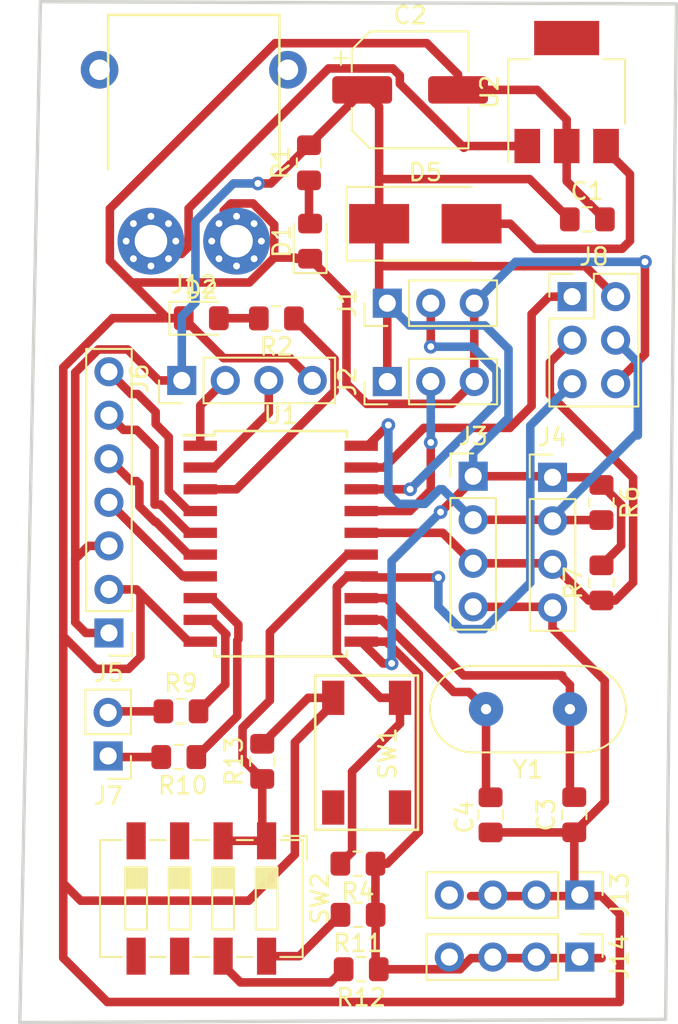
<source format=kicad_pcb>
(kicad_pcb (version 20171130) (host pcbnew 5.0.2-bee76a0~70~ubuntu16.04.1)

  (general
    (thickness 1.6)
    (drawings 4)
    (tracks 320)
    (zones 0)
    (modules 33)
    (nets 33)
  )

  (page A4)
  (layers
    (0 F.Cu signal)
    (31 B.Cu signal)
    (32 B.Adhes user)
    (33 F.Adhes user)
    (34 B.Paste user)
    (35 F.Paste user)
    (36 B.SilkS user)
    (37 F.SilkS user)
    (38 B.Mask user)
    (39 F.Mask user)
    (40 Dwgs.User user)
    (41 Cmts.User user)
    (42 Eco1.User user)
    (43 Eco2.User user)
    (44 Edge.Cuts user)
    (45 Margin user)
    (46 B.CrtYd user)
    (47 F.CrtYd user)
    (48 B.Fab user)
    (49 F.Fab user)
  )

  (setup
    (last_trace_width 0.5)
    (user_trace_width 0.4)
    (user_trace_width 0.5)
    (trace_clearance 0.2)
    (zone_clearance 0.508)
    (zone_45_only no)
    (trace_min 0.2)
    (segment_width 0.2)
    (edge_width 0.15)
    (via_size 0.8)
    (via_drill 0.4)
    (via_min_size 0.4)
    (via_min_drill 0.3)
    (user_via 1.3 0.9)
    (uvia_size 0.3)
    (uvia_drill 0.1)
    (uvias_allowed no)
    (uvia_min_size 0.2)
    (uvia_min_drill 0.1)
    (pcb_text_width 0.3)
    (pcb_text_size 1.5 1.5)
    (mod_edge_width 0.15)
    (mod_text_size 1 1)
    (mod_text_width 0.15)
    (pad_size 1.524 1.524)
    (pad_drill 0.762)
    (pad_to_mask_clearance 0.051)
    (solder_mask_min_width 0.25)
    (aux_axis_origin 0 0)
    (visible_elements FFFFFF7F)
    (pcbplotparams
      (layerselection 0x01000_7fffffff)
      (usegerberextensions false)
      (usegerberattributes false)
      (usegerberadvancedattributes false)
      (creategerberjobfile false)
      (excludeedgelayer true)
      (linewidth 0.100000)
      (plotframeref false)
      (viasonmask false)
      (mode 1)
      (useauxorigin false)
      (hpglpennumber 1)
      (hpglpenspeed 20)
      (hpglpendiameter 15.000000)
      (psnegative false)
      (psa4output false)
      (plotreference false)
      (plotvalue false)
      (plotinvisibletext false)
      (padsonsilk false)
      (subtractmaskfromsilk false)
      (outputformat 3)
      (mirror false)
      (drillshape 2)
      (scaleselection 1)
      (outputdirectory "/home/complubot/Desktop/"))
  )

  (net 0 "")
  (net 1 +5V)
  (net 2 Earth)
  (net 3 "Net-(C3-Pad2)")
  (net 4 "Net-(C4-Pad2)")
  (net 5 "Net-(D1-Pad2)")
  (net 6 "Net-(D2-Pad2)")
  (net 7 TX0)
  (net 8 RX0)
  (net 9 RESET)
  (net 10 VPP)
  (net 11 "Net-(D5-Pad2)")
  (net 12 TEMP1)
  (net 13 TEMP2)
  (net 14 MISO-TX1)
  (net 15 SCK-SCL)
  (net 16 MOSI-SDA-RX1)
  (net 17 CS)
  (net 18 PWM)
  (net 19 D1)
  (net 20 D2)
  (net 21 "Net-(J7-Pad1)")
  (net 22 "Net-(J7-Pad2)")
  (net 23 "Net-(R2-Pad1)")
  (net 24 INT2)
  (net 25 INT1)
  (net 26 "Net-(R11-Pad2)")
  (net 27 "Net-(R12-Pad2)")
  (net 28 SWITCH)
  (net 29 "Net-(SW2-Pad5)")
  (net 30 "Net-(SW2-Pad6)")
  (net 31 "Net-(SW2-Pad3)")
  (net 32 "Net-(SW2-Pad4)")

  (net_class Default "This is the default net class."
    (clearance 0.2)
    (trace_width 0.25)
    (via_dia 0.8)
    (via_drill 0.4)
    (uvia_dia 0.3)
    (uvia_drill 0.1)
    (add_net +5V)
    (add_net CS)
    (add_net D1)
    (add_net D2)
    (add_net Earth)
    (add_net INT1)
    (add_net INT2)
    (add_net MISO-TX1)
    (add_net MOSI-SDA-RX1)
    (add_net "Net-(C3-Pad2)")
    (add_net "Net-(C4-Pad2)")
    (add_net "Net-(D1-Pad2)")
    (add_net "Net-(D2-Pad2)")
    (add_net "Net-(D5-Pad2)")
    (add_net "Net-(J7-Pad1)")
    (add_net "Net-(J7-Pad2)")
    (add_net "Net-(R11-Pad2)")
    (add_net "Net-(R12-Pad2)")
    (add_net "Net-(R2-Pad1)")
    (add_net "Net-(SW2-Pad3)")
    (add_net "Net-(SW2-Pad4)")
    (add_net "Net-(SW2-Pad5)")
    (add_net "Net-(SW2-Pad6)")
    (add_net PWM)
    (add_net RESET)
    (add_net RX0)
    (add_net SCK-SCL)
    (add_net SWITCH)
    (add_net TEMP1)
    (add_net TEMP2)
    (add_net TX0)
    (add_net VPP)
  )

  (module Connector_PinHeader_2.54mm:PinHeader_1x04_P2.54mm_Vertical (layer F.Cu) (tedit 59FED5CC) (tstamp 5CBD5E55)
    (at 172.2755 48.3235 90)
    (descr "Through hole straight pin header, 1x04, 2.54mm pitch, single row")
    (tags "Through hole pin header THT 1x04 2.54mm single row")
    (path /5C59B073)
    (fp_text reference J6 (at 0.127 -2.4765 90) (layer F.SilkS)
      (effects (font (size 1 1) (thickness 0.15)))
    )
    (fp_text value UART0 (at 0 9.95 90) (layer F.Fab)
      (effects (font (size 1 1) (thickness 0.15)))
    )
    (fp_line (start -0.635 -1.27) (end 1.27 -1.27) (layer F.Fab) (width 0.1))
    (fp_line (start 1.27 -1.27) (end 1.27 8.89) (layer F.Fab) (width 0.1))
    (fp_line (start 1.27 8.89) (end -1.27 8.89) (layer F.Fab) (width 0.1))
    (fp_line (start -1.27 8.89) (end -1.27 -0.635) (layer F.Fab) (width 0.1))
    (fp_line (start -1.27 -0.635) (end -0.635 -1.27) (layer F.Fab) (width 0.1))
    (fp_line (start -1.33 8.95) (end 1.33 8.95) (layer F.SilkS) (width 0.12))
    (fp_line (start -1.33 1.27) (end -1.33 8.95) (layer F.SilkS) (width 0.12))
    (fp_line (start 1.33 1.27) (end 1.33 8.95) (layer F.SilkS) (width 0.12))
    (fp_line (start -1.33 1.27) (end 1.33 1.27) (layer F.SilkS) (width 0.12))
    (fp_line (start -1.33 0) (end -1.33 -1.33) (layer F.SilkS) (width 0.12))
    (fp_line (start -1.33 -1.33) (end 0 -1.33) (layer F.SilkS) (width 0.12))
    (fp_line (start -1.8 -1.8) (end -1.8 9.4) (layer F.CrtYd) (width 0.05))
    (fp_line (start -1.8 9.4) (end 1.8 9.4) (layer F.CrtYd) (width 0.05))
    (fp_line (start 1.8 9.4) (end 1.8 -1.8) (layer F.CrtYd) (width 0.05))
    (fp_line (start 1.8 -1.8) (end -1.8 -1.8) (layer F.CrtYd) (width 0.05))
    (fp_text user %R (at 0 3.81 180) (layer F.Fab)
      (effects (font (size 1 1) (thickness 0.15)))
    )
    (pad 1 thru_hole rect (at 0 0 90) (size 1.7 1.7) (drill 1) (layers *.Cu *.Mask)
      (net 1 +5V))
    (pad 2 thru_hole oval (at 0 2.54 90) (size 1.7 1.7) (drill 1) (layers *.Cu *.Mask)
      (net 7 TX0))
    (pad 3 thru_hole oval (at 0 5.08 90) (size 1.7 1.7) (drill 1) (layers *.Cu *.Mask)
      (net 8 RX0))
    (pad 4 thru_hole oval (at 0 7.62 90) (size 1.7 1.7) (drill 1) (layers *.Cu *.Mask)
      (net 2 Earth))
    (model ${KISYS3DMOD}/Connector_PinHeader_2.54mm.3dshapes/PinHeader_1x04_P2.54mm_Vertical.wrl
      (at (xyz 0 0 0))
      (scale (xyz 1 1 1))
      (rotate (xyz 0 0 0))
    )
  )

  (module Resistor_SMD:R_0805_2012Metric_Pad1.15x1.40mm_HandSolder (layer F.Cu) (tedit 5B36C52B) (tstamp 5CBD858D)
    (at 196.7865 60.1345 90)
    (descr "Resistor SMD 0805 (2012 Metric), square (rectangular) end terminal, IPC_7351 nominal with elongated pad for handsoldering. (Body size source: https://docs.google.com/spreadsheets/d/1BsfQQcO9C6DZCsRaXUlFlo91Tg2WpOkGARC1WS5S8t0/edit?usp=sharing), generated with kicad-footprint-generator")
    (tags "resistor handsolder")
    (path /5CACE2B4)
    (attr smd)
    (fp_text reference R7 (at 0 -1.65 90) (layer F.SilkS)
      (effects (font (size 1 1) (thickness 0.15)))
    )
    (fp_text value R10K (at 0 1.65 90) (layer F.Fab)
      (effects (font (size 1 1) (thickness 0.15)))
    )
    (fp_line (start -1 0.6) (end -1 -0.6) (layer F.Fab) (width 0.1))
    (fp_line (start -1 -0.6) (end 1 -0.6) (layer F.Fab) (width 0.1))
    (fp_line (start 1 -0.6) (end 1 0.6) (layer F.Fab) (width 0.1))
    (fp_line (start 1 0.6) (end -1 0.6) (layer F.Fab) (width 0.1))
    (fp_line (start -0.261252 -0.71) (end 0.261252 -0.71) (layer F.SilkS) (width 0.12))
    (fp_line (start -0.261252 0.71) (end 0.261252 0.71) (layer F.SilkS) (width 0.12))
    (fp_line (start -1.85 0.95) (end -1.85 -0.95) (layer F.CrtYd) (width 0.05))
    (fp_line (start -1.85 -0.95) (end 1.85 -0.95) (layer F.CrtYd) (width 0.05))
    (fp_line (start 1.85 -0.95) (end 1.85 0.95) (layer F.CrtYd) (width 0.05))
    (fp_line (start 1.85 0.95) (end -1.85 0.95) (layer F.CrtYd) (width 0.05))
    (fp_text user %R (at 0 0 90) (layer F.Fab)
      (effects (font (size 0.5 0.5) (thickness 0.08)))
    )
    (pad 1 smd roundrect (at -1.025 0 90) (size 1.15 1.4) (layers F.Cu F.Paste F.Mask) (roundrect_rratio 0.217391)
      (net 15 SCK-SCL))
    (pad 2 smd roundrect (at 1.025 0 90) (size 1.15 1.4) (layers F.Cu F.Paste F.Mask) (roundrect_rratio 0.217391)
      (net 1 +5V))
    (model ${KISYS3DMOD}/Resistor_SMD.3dshapes/R_0805_2012Metric.wrl
      (at (xyz 0 0 0))
      (scale (xyz 1 1 1))
      (rotate (xyz 0 0 0))
    )
  )

  (module Capacitor_SMD:C_0805_2012Metric_Pad1.15x1.40mm_HandSolder (layer F.Cu) (tedit 5B36C52B) (tstamp 5CBD5D3C)
    (at 195.961 38.9255)
    (descr "Capacitor SMD 0805 (2012 Metric), square (rectangular) end terminal, IPC_7351 nominal with elongated pad for handsoldering. (Body size source: https://docs.google.com/spreadsheets/d/1BsfQQcO9C6DZCsRaXUlFlo91Tg2WpOkGARC1WS5S8t0/edit?usp=sharing), generated with kicad-footprint-generator")
    (tags "capacitor handsolder")
    (path /5C587234)
    (attr smd)
    (fp_text reference C1 (at 0 -1.65) (layer F.SilkS)
      (effects (font (size 1 1) (thickness 0.15)))
    )
    (fp_text value C100nF (at 0 1.65) (layer F.Fab)
      (effects (font (size 1 1) (thickness 0.15)))
    )
    (fp_line (start -1 0.6) (end -1 -0.6) (layer F.Fab) (width 0.1))
    (fp_line (start -1 -0.6) (end 1 -0.6) (layer F.Fab) (width 0.1))
    (fp_line (start 1 -0.6) (end 1 0.6) (layer F.Fab) (width 0.1))
    (fp_line (start 1 0.6) (end -1 0.6) (layer F.Fab) (width 0.1))
    (fp_line (start -0.261252 -0.71) (end 0.261252 -0.71) (layer F.SilkS) (width 0.12))
    (fp_line (start -0.261252 0.71) (end 0.261252 0.71) (layer F.SilkS) (width 0.12))
    (fp_line (start -1.85 0.95) (end -1.85 -0.95) (layer F.CrtYd) (width 0.05))
    (fp_line (start -1.85 -0.95) (end 1.85 -0.95) (layer F.CrtYd) (width 0.05))
    (fp_line (start 1.85 -0.95) (end 1.85 0.95) (layer F.CrtYd) (width 0.05))
    (fp_line (start 1.85 0.95) (end -1.85 0.95) (layer F.CrtYd) (width 0.05))
    (fp_text user %R (at 0 0) (layer F.Fab)
      (effects (font (size 0.5 0.5) (thickness 0.08)))
    )
    (pad 1 smd roundrect (at -1.025 0) (size 1.15 1.4) (layers F.Cu F.Paste F.Mask) (roundrect_rratio 0.217391)
      (net 1 +5V))
    (pad 2 smd roundrect (at 1.025 0) (size 1.15 1.4) (layers F.Cu F.Paste F.Mask) (roundrect_rratio 0.217391)
      (net 2 Earth))
    (model ${KISYS3DMOD}/Capacitor_SMD.3dshapes/C_0805_2012Metric.wrl
      (at (xyz 0 0 0))
      (scale (xyz 1 1 1))
      (rotate (xyz 0 0 0))
    )
  )

  (module Capacitor_SMD:CP_Elec_6.3x5.3 (layer F.Cu) (tedit 5BCA39D0) (tstamp 5CBD5D64)
    (at 185.6105 31.369)
    (descr "SMD capacitor, aluminum electrolytic, Cornell Dubilier, 6.3x5.3mm")
    (tags "capacitor electrolytic")
    (path /5C5872D8)
    (attr smd)
    (fp_text reference C2 (at 0 -4.35) (layer F.SilkS)
      (effects (font (size 1 1) (thickness 0.15)))
    )
    (fp_text value CP47uF (at 0 4.35) (layer F.Fab)
      (effects (font (size 1 1) (thickness 0.15)))
    )
    (fp_circle (center 0 0) (end 3.15 0) (layer F.Fab) (width 0.1))
    (fp_line (start 3.3 -3.3) (end 3.3 3.3) (layer F.Fab) (width 0.1))
    (fp_line (start -2.3 -3.3) (end 3.3 -3.3) (layer F.Fab) (width 0.1))
    (fp_line (start -2.3 3.3) (end 3.3 3.3) (layer F.Fab) (width 0.1))
    (fp_line (start -3.3 -2.3) (end -3.3 2.3) (layer F.Fab) (width 0.1))
    (fp_line (start -3.3 -2.3) (end -2.3 -3.3) (layer F.Fab) (width 0.1))
    (fp_line (start -3.3 2.3) (end -2.3 3.3) (layer F.Fab) (width 0.1))
    (fp_line (start -2.704838 -1.33) (end -2.074838 -1.33) (layer F.Fab) (width 0.1))
    (fp_line (start -2.389838 -1.645) (end -2.389838 -1.015) (layer F.Fab) (width 0.1))
    (fp_line (start 3.41 3.41) (end 3.41 1.06) (layer F.SilkS) (width 0.12))
    (fp_line (start 3.41 -3.41) (end 3.41 -1.06) (layer F.SilkS) (width 0.12))
    (fp_line (start -2.345563 -3.41) (end 3.41 -3.41) (layer F.SilkS) (width 0.12))
    (fp_line (start -2.345563 3.41) (end 3.41 3.41) (layer F.SilkS) (width 0.12))
    (fp_line (start -3.41 2.345563) (end -3.41 1.06) (layer F.SilkS) (width 0.12))
    (fp_line (start -3.41 -2.345563) (end -3.41 -1.06) (layer F.SilkS) (width 0.12))
    (fp_line (start -3.41 -2.345563) (end -2.345563 -3.41) (layer F.SilkS) (width 0.12))
    (fp_line (start -3.41 2.345563) (end -2.345563 3.41) (layer F.SilkS) (width 0.12))
    (fp_line (start -4.4375 -1.8475) (end -3.65 -1.8475) (layer F.SilkS) (width 0.12))
    (fp_line (start -4.04375 -2.24125) (end -4.04375 -1.45375) (layer F.SilkS) (width 0.12))
    (fp_line (start 3.55 -3.55) (end 3.55 -1.05) (layer F.CrtYd) (width 0.05))
    (fp_line (start 3.55 -1.05) (end 4.8 -1.05) (layer F.CrtYd) (width 0.05))
    (fp_line (start 4.8 -1.05) (end 4.8 1.05) (layer F.CrtYd) (width 0.05))
    (fp_line (start 4.8 1.05) (end 3.55 1.05) (layer F.CrtYd) (width 0.05))
    (fp_line (start 3.55 1.05) (end 3.55 3.55) (layer F.CrtYd) (width 0.05))
    (fp_line (start -2.4 3.55) (end 3.55 3.55) (layer F.CrtYd) (width 0.05))
    (fp_line (start -2.4 -3.55) (end 3.55 -3.55) (layer F.CrtYd) (width 0.05))
    (fp_line (start -3.55 2.4) (end -2.4 3.55) (layer F.CrtYd) (width 0.05))
    (fp_line (start -3.55 -2.4) (end -2.4 -3.55) (layer F.CrtYd) (width 0.05))
    (fp_line (start -3.55 -2.4) (end -3.55 -1.05) (layer F.CrtYd) (width 0.05))
    (fp_line (start -3.55 1.05) (end -3.55 2.4) (layer F.CrtYd) (width 0.05))
    (fp_line (start -3.55 -1.05) (end -4.8 -1.05) (layer F.CrtYd) (width 0.05))
    (fp_line (start -4.8 -1.05) (end -4.8 1.05) (layer F.CrtYd) (width 0.05))
    (fp_line (start -4.8 1.05) (end -3.55 1.05) (layer F.CrtYd) (width 0.05))
    (fp_text user %R (at 0 0) (layer F.Fab)
      (effects (font (size 1 1) (thickness 0.15)))
    )
    (pad 1 smd roundrect (at -2.8 0) (size 3.5 1.6) (layers F.Cu F.Paste F.Mask) (roundrect_rratio 0.15625)
      (net 1 +5V))
    (pad 2 smd roundrect (at 2.8 0) (size 3.5 1.6) (layers F.Cu F.Paste F.Mask) (roundrect_rratio 0.15625)
      (net 2 Earth))
    (model ${KISYS3DMOD}/Capacitor_SMD.3dshapes/CP_Elec_6.3x5.3.wrl
      (at (xyz 0 0 0))
      (scale (xyz 1 1 1))
      (rotate (xyz 0 0 0))
    )
  )

  (module Capacitor_SMD:C_0805_2012Metric_Pad1.15x1.40mm_HandSolder (layer F.Cu) (tedit 5B36C52B) (tstamp 5CBD5D75)
    (at 195.199 73.66 90)
    (descr "Capacitor SMD 0805 (2012 Metric), square (rectangular) end terminal, IPC_7351 nominal with elongated pad for handsoldering. (Body size source: https://docs.google.com/spreadsheets/d/1BsfQQcO9C6DZCsRaXUlFlo91Tg2WpOkGARC1WS5S8t0/edit?usp=sharing), generated with kicad-footprint-generator")
    (tags "capacitor handsolder")
    (path /5C586CEF)
    (attr smd)
    (fp_text reference C3 (at 0 -1.65 90) (layer F.SilkS)
      (effects (font (size 1 1) (thickness 0.15)))
    )
    (fp_text value C22pF (at 0 1.65 90) (layer F.Fab)
      (effects (font (size 1 1) (thickness 0.15)))
    )
    (fp_line (start -1 0.6) (end -1 -0.6) (layer F.Fab) (width 0.1))
    (fp_line (start -1 -0.6) (end 1 -0.6) (layer F.Fab) (width 0.1))
    (fp_line (start 1 -0.6) (end 1 0.6) (layer F.Fab) (width 0.1))
    (fp_line (start 1 0.6) (end -1 0.6) (layer F.Fab) (width 0.1))
    (fp_line (start -0.261252 -0.71) (end 0.261252 -0.71) (layer F.SilkS) (width 0.12))
    (fp_line (start -0.261252 0.71) (end 0.261252 0.71) (layer F.SilkS) (width 0.12))
    (fp_line (start -1.85 0.95) (end -1.85 -0.95) (layer F.CrtYd) (width 0.05))
    (fp_line (start -1.85 -0.95) (end 1.85 -0.95) (layer F.CrtYd) (width 0.05))
    (fp_line (start 1.85 -0.95) (end 1.85 0.95) (layer F.CrtYd) (width 0.05))
    (fp_line (start 1.85 0.95) (end -1.85 0.95) (layer F.CrtYd) (width 0.05))
    (fp_text user %R (at 0 0 90) (layer F.Fab)
      (effects (font (size 0.5 0.5) (thickness 0.08)))
    )
    (pad 1 smd roundrect (at -1.025 0 90) (size 1.15 1.4) (layers F.Cu F.Paste F.Mask) (roundrect_rratio 0.217391)
      (net 2 Earth))
    (pad 2 smd roundrect (at 1.025 0 90) (size 1.15 1.4) (layers F.Cu F.Paste F.Mask) (roundrect_rratio 0.217391)
      (net 3 "Net-(C3-Pad2)"))
    (model ${KISYS3DMOD}/Capacitor_SMD.3dshapes/C_0805_2012Metric.wrl
      (at (xyz 0 0 0))
      (scale (xyz 1 1 1))
      (rotate (xyz 0 0 0))
    )
  )

  (module Capacitor_SMD:C_0805_2012Metric_Pad1.15x1.40mm_HandSolder (layer F.Cu) (tedit 5B36C52B) (tstamp 5CBD5D86)
    (at 190.3095 73.669 90)
    (descr "Capacitor SMD 0805 (2012 Metric), square (rectangular) end terminal, IPC_7351 nominal with elongated pad for handsoldering. (Body size source: https://docs.google.com/spreadsheets/d/1BsfQQcO9C6DZCsRaXUlFlo91Tg2WpOkGARC1WS5S8t0/edit?usp=sharing), generated with kicad-footprint-generator")
    (tags "capacitor handsolder")
    (path /5C586D90)
    (attr smd)
    (fp_text reference C4 (at -0.127 -1.524 90) (layer F.SilkS)
      (effects (font (size 1 1) (thickness 0.15)))
    )
    (fp_text value C22pF (at 0 1.65 90) (layer F.Fab)
      (effects (font (size 1 1) (thickness 0.15)))
    )
    (fp_text user %R (at 0 0 180) (layer F.Fab)
      (effects (font (size 0.5 0.5) (thickness 0.08)))
    )
    (fp_line (start 1.85 0.95) (end -1.85 0.95) (layer F.CrtYd) (width 0.05))
    (fp_line (start 1.85 -0.95) (end 1.85 0.95) (layer F.CrtYd) (width 0.05))
    (fp_line (start -1.85 -0.95) (end 1.85 -0.95) (layer F.CrtYd) (width 0.05))
    (fp_line (start -1.85 0.95) (end -1.85 -0.95) (layer F.CrtYd) (width 0.05))
    (fp_line (start -0.261252 0.71) (end 0.261252 0.71) (layer F.SilkS) (width 0.12))
    (fp_line (start -0.261252 -0.71) (end 0.261252 -0.71) (layer F.SilkS) (width 0.12))
    (fp_line (start 1 0.6) (end -1 0.6) (layer F.Fab) (width 0.1))
    (fp_line (start 1 -0.6) (end 1 0.6) (layer F.Fab) (width 0.1))
    (fp_line (start -1 -0.6) (end 1 -0.6) (layer F.Fab) (width 0.1))
    (fp_line (start -1 0.6) (end -1 -0.6) (layer F.Fab) (width 0.1))
    (pad 2 smd roundrect (at 1.025 0 90) (size 1.15 1.4) (layers F.Cu F.Paste F.Mask) (roundrect_rratio 0.217391)
      (net 4 "Net-(C4-Pad2)"))
    (pad 1 smd roundrect (at -1.025 0 90) (size 1.15 1.4) (layers F.Cu F.Paste F.Mask) (roundrect_rratio 0.217391)
      (net 2 Earth))
    (model ${KISYS3DMOD}/Capacitor_SMD.3dshapes/C_0805_2012Metric.wrl
      (at (xyz 0 0 0))
      (scale (xyz 1 1 1))
      (rotate (xyz 0 0 0))
    )
  )

  (module LED_SMD:LED_0805_2012Metric_Pad1.15x1.40mm_HandSolder (layer F.Cu) (tedit 5B4B45C9) (tstamp 5CBD5D99)
    (at 179.7685 40.1955 90)
    (descr "LED SMD 0805 (2012 Metric), square (rectangular) end terminal, IPC_7351 nominal, (Body size source: https://docs.google.com/spreadsheets/d/1BsfQQcO9C6DZCsRaXUlFlo91Tg2WpOkGARC1WS5S8t0/edit?usp=sharing), generated with kicad-footprint-generator")
    (tags "LED handsolder")
    (path /5C5C377B)
    (attr smd)
    (fp_text reference D1 (at 0 -1.65 90) (layer F.SilkS)
      (effects (font (size 1 1) (thickness 0.15)))
    )
    (fp_text value LED (at 0 1.65 90) (layer F.Fab)
      (effects (font (size 1 1) (thickness 0.15)))
    )
    (fp_text user %R (at 0 0 90) (layer F.Fab)
      (effects (font (size 0.5 0.5) (thickness 0.08)))
    )
    (fp_line (start 1.85 0.95) (end -1.85 0.95) (layer F.CrtYd) (width 0.05))
    (fp_line (start 1.85 -0.95) (end 1.85 0.95) (layer F.CrtYd) (width 0.05))
    (fp_line (start -1.85 -0.95) (end 1.85 -0.95) (layer F.CrtYd) (width 0.05))
    (fp_line (start -1.85 0.95) (end -1.85 -0.95) (layer F.CrtYd) (width 0.05))
    (fp_line (start -1.86 0.96) (end 1 0.96) (layer F.SilkS) (width 0.12))
    (fp_line (start -1.86 -0.96) (end -1.86 0.96) (layer F.SilkS) (width 0.12))
    (fp_line (start 1 -0.96) (end -1.86 -0.96) (layer F.SilkS) (width 0.12))
    (fp_line (start 1 0.6) (end 1 -0.6) (layer F.Fab) (width 0.1))
    (fp_line (start -1 0.6) (end 1 0.6) (layer F.Fab) (width 0.1))
    (fp_line (start -1 -0.3) (end -1 0.6) (layer F.Fab) (width 0.1))
    (fp_line (start -0.7 -0.6) (end -1 -0.3) (layer F.Fab) (width 0.1))
    (fp_line (start 1 -0.6) (end -0.7 -0.6) (layer F.Fab) (width 0.1))
    (pad 2 smd roundrect (at 1.025 0 90) (size 1.15 1.4) (layers F.Cu F.Paste F.Mask) (roundrect_rratio 0.217391)
      (net 5 "Net-(D1-Pad2)"))
    (pad 1 smd roundrect (at -1.025 0 90) (size 1.15 1.4) (layers F.Cu F.Paste F.Mask) (roundrect_rratio 0.217391)
      (net 2 Earth))
    (model ${KISYS3DMOD}/LED_SMD.3dshapes/LED_0805_2012Metric.wrl
      (at (xyz 0 0 0))
      (scale (xyz 1 1 1))
      (rotate (xyz 0 0 0))
    )
  )

  (module LED_SMD:LED_0805_2012Metric_Pad1.15x1.40mm_HandSolder (layer F.Cu) (tedit 5B4B45C9) (tstamp 5CBD5DAC)
    (at 173.413501 44.692001)
    (descr "LED SMD 0805 (2012 Metric), square (rectangular) end terminal, IPC_7351 nominal, (Body size source: https://docs.google.com/spreadsheets/d/1BsfQQcO9C6DZCsRaXUlFlo91Tg2WpOkGARC1WS5S8t0/edit?usp=sharing), generated with kicad-footprint-generator")
    (tags "LED handsolder")
    (path /5C5F2CF7)
    (attr smd)
    (fp_text reference D2 (at 0 -1.65) (layer F.SilkS)
      (effects (font (size 1 1) (thickness 0.15)))
    )
    (fp_text value LED (at 0 1.65) (layer F.Fab)
      (effects (font (size 1 1) (thickness 0.15)))
    )
    (fp_line (start 1 -0.6) (end -0.7 -0.6) (layer F.Fab) (width 0.1))
    (fp_line (start -0.7 -0.6) (end -1 -0.3) (layer F.Fab) (width 0.1))
    (fp_line (start -1 -0.3) (end -1 0.6) (layer F.Fab) (width 0.1))
    (fp_line (start -1 0.6) (end 1 0.6) (layer F.Fab) (width 0.1))
    (fp_line (start 1 0.6) (end 1 -0.6) (layer F.Fab) (width 0.1))
    (fp_line (start 1 -0.96) (end -1.86 -0.96) (layer F.SilkS) (width 0.12))
    (fp_line (start -1.86 -0.96) (end -1.86 0.96) (layer F.SilkS) (width 0.12))
    (fp_line (start -1.86 0.96) (end 1 0.96) (layer F.SilkS) (width 0.12))
    (fp_line (start -1.85 0.95) (end -1.85 -0.95) (layer F.CrtYd) (width 0.05))
    (fp_line (start -1.85 -0.95) (end 1.85 -0.95) (layer F.CrtYd) (width 0.05))
    (fp_line (start 1.85 -0.95) (end 1.85 0.95) (layer F.CrtYd) (width 0.05))
    (fp_line (start 1.85 0.95) (end -1.85 0.95) (layer F.CrtYd) (width 0.05))
    (fp_text user %R (at 0 0) (layer F.Fab)
      (effects (font (size 0.5 0.5) (thickness 0.08)))
    )
    (pad 1 smd roundrect (at -1.025 0) (size 1.15 1.4) (layers F.Cu F.Paste F.Mask) (roundrect_rratio 0.217391)
      (net 2 Earth))
    (pad 2 smd roundrect (at 1.025 0) (size 1.15 1.4) (layers F.Cu F.Paste F.Mask) (roundrect_rratio 0.217391)
      (net 6 "Net-(D2-Pad2)"))
    (model ${KISYS3DMOD}/LED_SMD.3dshapes/LED_0805_2012Metric.wrl
      (at (xyz 0 0 0))
      (scale (xyz 1 1 1))
      (rotate (xyz 0 0 0))
    )
  )

  (module Diode_SMD:D_SMB_Handsoldering (layer F.Cu) (tedit 590B3D55) (tstamp 5CBD5DC4)
    (at 186.4995 39.1795)
    (descr "Diode SMB (DO-214AA) Handsoldering")
    (tags "Diode SMB (DO-214AA) Handsoldering")
    (path /5C6D87B0)
    (attr smd)
    (fp_text reference D5 (at 0 -3) (layer F.SilkS)
      (effects (font (size 1 1) (thickness 0.15)))
    )
    (fp_text value US2D (at 0 3) (layer F.Fab)
      (effects (font (size 1 1) (thickness 0.15)))
    )
    (fp_text user %R (at 0 -3) (layer F.Fab)
      (effects (font (size 1 1) (thickness 0.15)))
    )
    (fp_line (start -4.6 -2.15) (end -4.6 2.15) (layer F.SilkS) (width 0.12))
    (fp_line (start 2.3 2) (end -2.3 2) (layer F.Fab) (width 0.1))
    (fp_line (start -2.3 2) (end -2.3 -2) (layer F.Fab) (width 0.1))
    (fp_line (start 2.3 -2) (end 2.3 2) (layer F.Fab) (width 0.1))
    (fp_line (start 2.3 -2) (end -2.3 -2) (layer F.Fab) (width 0.1))
    (fp_line (start -4.7 -2.25) (end 4.7 -2.25) (layer F.CrtYd) (width 0.05))
    (fp_line (start 4.7 -2.25) (end 4.7 2.25) (layer F.CrtYd) (width 0.05))
    (fp_line (start 4.7 2.25) (end -4.7 2.25) (layer F.CrtYd) (width 0.05))
    (fp_line (start -4.7 2.25) (end -4.7 -2.25) (layer F.CrtYd) (width 0.05))
    (fp_line (start -0.64944 0.00102) (end -1.55114 0.00102) (layer F.Fab) (width 0.1))
    (fp_line (start 0.50118 0.00102) (end 1.4994 0.00102) (layer F.Fab) (width 0.1))
    (fp_line (start -0.64944 -0.79908) (end -0.64944 0.80112) (layer F.Fab) (width 0.1))
    (fp_line (start 0.50118 0.75032) (end 0.50118 -0.79908) (layer F.Fab) (width 0.1))
    (fp_line (start -0.64944 0.00102) (end 0.50118 0.75032) (layer F.Fab) (width 0.1))
    (fp_line (start -0.64944 0.00102) (end 0.50118 -0.79908) (layer F.Fab) (width 0.1))
    (fp_line (start -4.6 2.15) (end 2.7 2.15) (layer F.SilkS) (width 0.12))
    (fp_line (start -4.6 -2.15) (end 2.7 -2.15) (layer F.SilkS) (width 0.12))
    (pad 1 smd rect (at -2.7 0) (size 3.5 2.3) (layers F.Cu F.Paste F.Mask)
      (net 1 +5V))
    (pad 2 smd rect (at 2.7 0) (size 3.5 2.3) (layers F.Cu F.Paste F.Mask)
      (net 11 "Net-(D5-Pad2)"))
    (model ${KISYS3DMOD}/Diode_SMD.3dshapes/D_SMB.wrl
      (at (xyz 0 0 0))
      (scale (xyz 1 1 1))
      (rotate (xyz 0 0 0))
    )
  )

  (module Connector_PinHeader_2.54mm:PinHeader_1x03_P2.54mm_Vertical (layer F.Cu) (tedit 59FED5CC) (tstamp 5CBD5DDB)
    (at 184.277 43.815 90)
    (descr "Through hole straight pin header, 1x03, 2.54mm pitch, single row")
    (tags "Through hole pin header THT 1x03 2.54mm single row")
    (path /5C79A32B)
    (fp_text reference J1 (at 0 -2.33 90) (layer F.SilkS)
      (effects (font (size 1 1) (thickness 0.15)))
    )
    (fp_text value Puerto_Temperatura_1 (at 0 7.41 90) (layer F.Fab)
      (effects (font (size 1 1) (thickness 0.15)))
    )
    (fp_line (start -0.635 -1.27) (end 1.27 -1.27) (layer F.Fab) (width 0.1))
    (fp_line (start 1.27 -1.27) (end 1.27 6.35) (layer F.Fab) (width 0.1))
    (fp_line (start 1.27 6.35) (end -1.27 6.35) (layer F.Fab) (width 0.1))
    (fp_line (start -1.27 6.35) (end -1.27 -0.635) (layer F.Fab) (width 0.1))
    (fp_line (start -1.27 -0.635) (end -0.635 -1.27) (layer F.Fab) (width 0.1))
    (fp_line (start -1.33 6.41) (end 1.33 6.41) (layer F.SilkS) (width 0.12))
    (fp_line (start -1.33 1.27) (end -1.33 6.41) (layer F.SilkS) (width 0.12))
    (fp_line (start 1.33 1.27) (end 1.33 6.41) (layer F.SilkS) (width 0.12))
    (fp_line (start -1.33 1.27) (end 1.33 1.27) (layer F.SilkS) (width 0.12))
    (fp_line (start -1.33 0) (end -1.33 -1.33) (layer F.SilkS) (width 0.12))
    (fp_line (start -1.33 -1.33) (end 0 -1.33) (layer F.SilkS) (width 0.12))
    (fp_line (start -1.8 -1.8) (end -1.8 6.85) (layer F.CrtYd) (width 0.05))
    (fp_line (start -1.8 6.85) (end 1.8 6.85) (layer F.CrtYd) (width 0.05))
    (fp_line (start 1.8 6.85) (end 1.8 -1.8) (layer F.CrtYd) (width 0.05))
    (fp_line (start 1.8 -1.8) (end -1.8 -1.8) (layer F.CrtYd) (width 0.05))
    (fp_text user %R (at 0 2.54 180) (layer F.Fab)
      (effects (font (size 1 1) (thickness 0.15)))
    )
    (pad 1 thru_hole rect (at 0 0 90) (size 1.7 1.7) (drill 1) (layers *.Cu *.Mask)
      (net 1 +5V))
    (pad 2 thru_hole oval (at 0 2.54 90) (size 1.7 1.7) (drill 1) (layers *.Cu *.Mask)
      (net 12 TEMP1))
    (pad 3 thru_hole oval (at 0 5.08 90) (size 1.7 1.7) (drill 1) (layers *.Cu *.Mask)
      (net 2 Earth))
    (model ${KISYS3DMOD}/Connector_PinHeader_2.54mm.3dshapes/PinHeader_1x03_P2.54mm_Vertical.wrl
      (at (xyz 0 0 0))
      (scale (xyz 1 1 1))
      (rotate (xyz 0 0 0))
    )
  )

  (module Connector_PinHeader_2.54mm:PinHeader_1x03_P2.54mm_Vertical (layer F.Cu) (tedit 59FED5CC) (tstamp 5CBD5DF2)
    (at 184.277 48.387 90)
    (descr "Through hole straight pin header, 1x03, 2.54mm pitch, single row")
    (tags "Through hole pin header THT 1x03 2.54mm single row")
    (path /5C79A731)
    (fp_text reference J2 (at 0 -2.33 90) (layer F.SilkS)
      (effects (font (size 1 1) (thickness 0.15)))
    )
    (fp_text value Puerto_Temperatura_2 (at 0 7.41 90) (layer F.Fab)
      (effects (font (size 1 1) (thickness 0.15)))
    )
    (fp_text user %R (at 0 2.54 180) (layer F.Fab)
      (effects (font (size 1 1) (thickness 0.15)))
    )
    (fp_line (start 1.8 -1.8) (end -1.8 -1.8) (layer F.CrtYd) (width 0.05))
    (fp_line (start 1.8 6.85) (end 1.8 -1.8) (layer F.CrtYd) (width 0.05))
    (fp_line (start -1.8 6.85) (end 1.8 6.85) (layer F.CrtYd) (width 0.05))
    (fp_line (start -1.8 -1.8) (end -1.8 6.85) (layer F.CrtYd) (width 0.05))
    (fp_line (start -1.33 -1.33) (end 0 -1.33) (layer F.SilkS) (width 0.12))
    (fp_line (start -1.33 0) (end -1.33 -1.33) (layer F.SilkS) (width 0.12))
    (fp_line (start -1.33 1.27) (end 1.33 1.27) (layer F.SilkS) (width 0.12))
    (fp_line (start 1.33 1.27) (end 1.33 6.41) (layer F.SilkS) (width 0.12))
    (fp_line (start -1.33 1.27) (end -1.33 6.41) (layer F.SilkS) (width 0.12))
    (fp_line (start -1.33 6.41) (end 1.33 6.41) (layer F.SilkS) (width 0.12))
    (fp_line (start -1.27 -0.635) (end -0.635 -1.27) (layer F.Fab) (width 0.1))
    (fp_line (start -1.27 6.35) (end -1.27 -0.635) (layer F.Fab) (width 0.1))
    (fp_line (start 1.27 6.35) (end -1.27 6.35) (layer F.Fab) (width 0.1))
    (fp_line (start 1.27 -1.27) (end 1.27 6.35) (layer F.Fab) (width 0.1))
    (fp_line (start -0.635 -1.27) (end 1.27 -1.27) (layer F.Fab) (width 0.1))
    (pad 3 thru_hole oval (at 0 5.08 90) (size 1.7 1.7) (drill 1) (layers *.Cu *.Mask)
      (net 2 Earth))
    (pad 2 thru_hole oval (at 0 2.54 90) (size 1.7 1.7) (drill 1) (layers *.Cu *.Mask)
      (net 13 TEMP2))
    (pad 1 thru_hole rect (at 0 0 90) (size 1.7 1.7) (drill 1) (layers *.Cu *.Mask)
      (net 1 +5V))
    (model ${KISYS3DMOD}/Connector_PinHeader_2.54mm.3dshapes/PinHeader_1x03_P2.54mm_Vertical.wrl
      (at (xyz 0 0 0))
      (scale (xyz 1 1 1))
      (rotate (xyz 0 0 0))
    )
  )

  (module Connector_PinHeader_2.54mm:PinHeader_1x04_P2.54mm_Vertical (layer F.Cu) (tedit 59FED5CC) (tstamp 5CBD5E0A)
    (at 189.2935 53.9115)
    (descr "Through hole straight pin header, 1x04, 2.54mm pitch, single row")
    (tags "Through hole pin header THT 1x04 2.54mm single row")
    (path /5C766610)
    (fp_text reference J3 (at 0 -2.33) (layer F.SilkS)
      (effects (font (size 1 1) (thickness 0.15)))
    )
    (fp_text value I2C0 (at 0 9.95) (layer F.Fab)
      (effects (font (size 1 1) (thickness 0.15)))
    )
    (fp_line (start -0.635 -1.27) (end 1.27 -1.27) (layer F.Fab) (width 0.1))
    (fp_line (start 1.27 -1.27) (end 1.27 8.89) (layer F.Fab) (width 0.1))
    (fp_line (start 1.27 8.89) (end -1.27 8.89) (layer F.Fab) (width 0.1))
    (fp_line (start -1.27 8.89) (end -1.27 -0.635) (layer F.Fab) (width 0.1))
    (fp_line (start -1.27 -0.635) (end -0.635 -1.27) (layer F.Fab) (width 0.1))
    (fp_line (start -1.33 8.95) (end 1.33 8.95) (layer F.SilkS) (width 0.12))
    (fp_line (start -1.33 1.27) (end -1.33 8.95) (layer F.SilkS) (width 0.12))
    (fp_line (start 1.33 1.27) (end 1.33 8.95) (layer F.SilkS) (width 0.12))
    (fp_line (start -1.33 1.27) (end 1.33 1.27) (layer F.SilkS) (width 0.12))
    (fp_line (start -1.33 0) (end -1.33 -1.33) (layer F.SilkS) (width 0.12))
    (fp_line (start -1.33 -1.33) (end 0 -1.33) (layer F.SilkS) (width 0.12))
    (fp_line (start -1.8 -1.8) (end -1.8 9.4) (layer F.CrtYd) (width 0.05))
    (fp_line (start -1.8 9.4) (end 1.8 9.4) (layer F.CrtYd) (width 0.05))
    (fp_line (start 1.8 9.4) (end 1.8 -1.8) (layer F.CrtYd) (width 0.05))
    (fp_line (start 1.8 -1.8) (end -1.8 -1.8) (layer F.CrtYd) (width 0.05))
    (fp_text user %R (at 0 3.81 90) (layer F.Fab)
      (effects (font (size 1 1) (thickness 0.15)))
    )
    (pad 1 thru_hole rect (at 0 0) (size 1.7 1.7) (drill 1) (layers *.Cu *.Mask)
      (net 1 +5V))
    (pad 2 thru_hole oval (at 0 2.54) (size 1.7 1.7) (drill 1) (layers *.Cu *.Mask)
      (net 16 MOSI-SDA-RX1))
    (pad 3 thru_hole oval (at 0 5.08) (size 1.7 1.7) (drill 1) (layers *.Cu *.Mask)
      (net 15 SCK-SCL))
    (pad 4 thru_hole oval (at 0 7.62) (size 1.7 1.7) (drill 1) (layers *.Cu *.Mask)
      (net 2 Earth))
    (model ${KISYS3DMOD}/Connector_PinHeader_2.54mm.3dshapes/PinHeader_1x04_P2.54mm_Vertical.wrl
      (at (xyz 0 0 0))
      (scale (xyz 1 1 1))
      (rotate (xyz 0 0 0))
    )
  )

  (module Connector_PinHeader_2.54mm:PinHeader_1x04_P2.54mm_Vertical (layer F.Cu) (tedit 59FED5CC) (tstamp 5CBD5E22)
    (at 193.929 53.975)
    (descr "Through hole straight pin header, 1x04, 2.54mm pitch, single row")
    (tags "Through hole pin header THT 1x04 2.54mm single row")
    (path /5CACE290)
    (fp_text reference J4 (at 0 -2.33) (layer F.SilkS)
      (effects (font (size 1 1) (thickness 0.15)))
    )
    (fp_text value I2C1 (at 0 9.95) (layer F.Fab)
      (effects (font (size 1 1) (thickness 0.15)))
    )
    (fp_text user %R (at 0 3.81 90) (layer F.Fab)
      (effects (font (size 1 1) (thickness 0.15)))
    )
    (fp_line (start 1.8 -1.8) (end -1.8 -1.8) (layer F.CrtYd) (width 0.05))
    (fp_line (start 1.8 9.4) (end 1.8 -1.8) (layer F.CrtYd) (width 0.05))
    (fp_line (start -1.8 9.4) (end 1.8 9.4) (layer F.CrtYd) (width 0.05))
    (fp_line (start -1.8 -1.8) (end -1.8 9.4) (layer F.CrtYd) (width 0.05))
    (fp_line (start -1.33 -1.33) (end 0 -1.33) (layer F.SilkS) (width 0.12))
    (fp_line (start -1.33 0) (end -1.33 -1.33) (layer F.SilkS) (width 0.12))
    (fp_line (start -1.33 1.27) (end 1.33 1.27) (layer F.SilkS) (width 0.12))
    (fp_line (start 1.33 1.27) (end 1.33 8.95) (layer F.SilkS) (width 0.12))
    (fp_line (start -1.33 1.27) (end -1.33 8.95) (layer F.SilkS) (width 0.12))
    (fp_line (start -1.33 8.95) (end 1.33 8.95) (layer F.SilkS) (width 0.12))
    (fp_line (start -1.27 -0.635) (end -0.635 -1.27) (layer F.Fab) (width 0.1))
    (fp_line (start -1.27 8.89) (end -1.27 -0.635) (layer F.Fab) (width 0.1))
    (fp_line (start 1.27 8.89) (end -1.27 8.89) (layer F.Fab) (width 0.1))
    (fp_line (start 1.27 -1.27) (end 1.27 8.89) (layer F.Fab) (width 0.1))
    (fp_line (start -0.635 -1.27) (end 1.27 -1.27) (layer F.Fab) (width 0.1))
    (pad 4 thru_hole oval (at 0 7.62) (size 1.7 1.7) (drill 1) (layers *.Cu *.Mask)
      (net 2 Earth))
    (pad 3 thru_hole oval (at 0 5.08) (size 1.7 1.7) (drill 1) (layers *.Cu *.Mask)
      (net 15 SCK-SCL))
    (pad 2 thru_hole oval (at 0 2.54) (size 1.7 1.7) (drill 1) (layers *.Cu *.Mask)
      (net 16 MOSI-SDA-RX1))
    (pad 1 thru_hole rect (at 0 0) (size 1.7 1.7) (drill 1) (layers *.Cu *.Mask)
      (net 1 +5V))
    (model ${KISYS3DMOD}/Connector_PinHeader_2.54mm.3dshapes/PinHeader_1x04_P2.54mm_Vertical.wrl
      (at (xyz 0 0 0))
      (scale (xyz 1 1 1))
      (rotate (xyz 0 0 0))
    )
  )

  (module Connector_PinHeader_2.54mm:PinHeader_1x07_P2.54mm_Vertical (layer F.Cu) (tedit 59FED5CC) (tstamp 5CBD5E3D)
    (at 168.021 63.0555 180)
    (descr "Through hole straight pin header, 1x07, 2.54mm pitch, single row")
    (tags "Through hole pin header THT 1x07 2.54mm single row")
    (path /5C7997F1)
    (fp_text reference J5 (at 0 -2.33 180) (layer F.SilkS)
      (effects (font (size 1 1) (thickness 0.15)))
    )
    (fp_text value "Puerto Motores" (at 0 17.57 180) (layer F.Fab)
      (effects (font (size 1 1) (thickness 0.15)))
    )
    (fp_line (start -0.635 -1.27) (end 1.27 -1.27) (layer F.Fab) (width 0.1))
    (fp_line (start 1.27 -1.27) (end 1.27 16.51) (layer F.Fab) (width 0.1))
    (fp_line (start 1.27 16.51) (end -1.27 16.51) (layer F.Fab) (width 0.1))
    (fp_line (start -1.27 16.51) (end -1.27 -0.635) (layer F.Fab) (width 0.1))
    (fp_line (start -1.27 -0.635) (end -0.635 -1.27) (layer F.Fab) (width 0.1))
    (fp_line (start -1.33 16.57) (end 1.33 16.57) (layer F.SilkS) (width 0.12))
    (fp_line (start -1.33 1.27) (end -1.33 16.57) (layer F.SilkS) (width 0.12))
    (fp_line (start 1.33 1.27) (end 1.33 16.57) (layer F.SilkS) (width 0.12))
    (fp_line (start -1.33 1.27) (end 1.33 1.27) (layer F.SilkS) (width 0.12))
    (fp_line (start -1.33 0) (end -1.33 -1.33) (layer F.SilkS) (width 0.12))
    (fp_line (start -1.33 -1.33) (end 0 -1.33) (layer F.SilkS) (width 0.12))
    (fp_line (start -1.8 -1.8) (end -1.8 17.05) (layer F.CrtYd) (width 0.05))
    (fp_line (start -1.8 17.05) (end 1.8 17.05) (layer F.CrtYd) (width 0.05))
    (fp_line (start 1.8 17.05) (end 1.8 -1.8) (layer F.CrtYd) (width 0.05))
    (fp_line (start 1.8 -1.8) (end -1.8 -1.8) (layer F.CrtYd) (width 0.05))
    (fp_text user %R (at 0 7.62 270) (layer F.Fab)
      (effects (font (size 1 1) (thickness 0.15)))
    )
    (pad 1 thru_hole rect (at 0 0 180) (size 1.7 1.7) (drill 1) (layers *.Cu *.Mask)
      (net 1 +5V))
    (pad 2 thru_hole oval (at 0 2.54 180) (size 1.7 1.7) (drill 1) (layers *.Cu *.Mask)
      (net 2 Earth))
    (pad 3 thru_hole oval (at 0 5.08 180) (size 1.7 1.7) (drill 1) (layers *.Cu *.Mask)
      (net 1 +5V))
    (pad 4 thru_hole oval (at 0 7.62 180) (size 1.7 1.7) (drill 1) (layers *.Cu *.Mask)
      (net 17 CS))
    (pad 5 thru_hole oval (at 0 10.16 180) (size 1.7 1.7) (drill 1) (layers *.Cu *.Mask)
      (net 20 D2))
    (pad 6 thru_hole oval (at 0 12.7 180) (size 1.7 1.7) (drill 1) (layers *.Cu *.Mask)
      (net 19 D1))
    (pad 7 thru_hole oval (at 0 15.24 180) (size 1.7 1.7) (drill 1) (layers *.Cu *.Mask)
      (net 18 PWM))
    (model ${KISYS3DMOD}/Connector_PinHeader_2.54mm.3dshapes/PinHeader_1x07_P2.54mm_Vertical.wrl
      (at (xyz 0 0 0))
      (scale (xyz 1 1 1))
      (rotate (xyz 0 0 0))
    )
  )

  (module Connector_PinHeader_2.54mm:PinHeader_1x02_P2.54mm_Vertical (layer F.Cu) (tedit 59FED5CC) (tstamp 5CBD5E6B)
    (at 167.973392 70.232206 180)
    (descr "Through hole straight pin header, 1x02, 2.54mm pitch, single row")
    (tags "Through hole pin header THT 1x02 2.54mm single row")
    (path /5CAD5FAB)
    (fp_text reference J7 (at 0 -2.33 180) (layer F.SilkS)
      (effects (font (size 1 1) (thickness 0.15)))
    )
    (fp_text value Puerto_Encoders (at 0 4.87 180) (layer F.Fab)
      (effects (font (size 1 1) (thickness 0.15)))
    )
    (fp_line (start -0.635 -1.27) (end 1.27 -1.27) (layer F.Fab) (width 0.1))
    (fp_line (start 1.27 -1.27) (end 1.27 3.81) (layer F.Fab) (width 0.1))
    (fp_line (start 1.27 3.81) (end -1.27 3.81) (layer F.Fab) (width 0.1))
    (fp_line (start -1.27 3.81) (end -1.27 -0.635) (layer F.Fab) (width 0.1))
    (fp_line (start -1.27 -0.635) (end -0.635 -1.27) (layer F.Fab) (width 0.1))
    (fp_line (start -1.33 3.87) (end 1.33 3.87) (layer F.SilkS) (width 0.12))
    (fp_line (start -1.33 1.27) (end -1.33 3.87) (layer F.SilkS) (width 0.12))
    (fp_line (start 1.33 1.27) (end 1.33 3.87) (layer F.SilkS) (width 0.12))
    (fp_line (start -1.33 1.27) (end 1.33 1.27) (layer F.SilkS) (width 0.12))
    (fp_line (start -1.33 0) (end -1.33 -1.33) (layer F.SilkS) (width 0.12))
    (fp_line (start -1.33 -1.33) (end 0 -1.33) (layer F.SilkS) (width 0.12))
    (fp_line (start -1.8 -1.8) (end -1.8 4.35) (layer F.CrtYd) (width 0.05))
    (fp_line (start -1.8 4.35) (end 1.8 4.35) (layer F.CrtYd) (width 0.05))
    (fp_line (start 1.8 4.35) (end 1.8 -1.8) (layer F.CrtYd) (width 0.05))
    (fp_line (start 1.8 -1.8) (end -1.8 -1.8) (layer F.CrtYd) (width 0.05))
    (fp_text user %R (at 0 1.27 270) (layer F.Fab)
      (effects (font (size 1 1) (thickness 0.15)))
    )
    (pad 1 thru_hole rect (at 0 0 180) (size 1.7 1.7) (drill 1) (layers *.Cu *.Mask)
      (net 21 "Net-(J7-Pad1)"))
    (pad 2 thru_hole oval (at 0 2.54 180) (size 1.7 1.7) (drill 1) (layers *.Cu *.Mask)
      (net 22 "Net-(J7-Pad2)"))
    (model ${KISYS3DMOD}/Connector_PinHeader_2.54mm.3dshapes/PinHeader_1x02_P2.54mm_Vertical.wrl
      (at (xyz 0 0 0))
      (scale (xyz 1 1 1))
      (rotate (xyz 0 0 0))
    )
  )

  (module Connector_PinHeader_2.54mm:PinHeader_2x03_P2.54mm_Vertical (layer F.Cu) (tedit 59FED5CC) (tstamp 5CBD5E87)
    (at 195.072 43.434)
    (descr "Through hole straight pin header, 2x03, 2.54mm pitch, double rows")
    (tags "Through hole pin header THT 2x03 2.54mm double row")
    (path /5C773CA2)
    (fp_text reference J8 (at 1.27 -2.33) (layer F.SilkS)
      (effects (font (size 1 1) (thickness 0.15)))
    )
    (fp_text value ICSP (at 1.27 7.41) (layer F.Fab)
      (effects (font (size 1 1) (thickness 0.15)))
    )
    (fp_line (start 0 -1.27) (end 3.81 -1.27) (layer F.Fab) (width 0.1))
    (fp_line (start 3.81 -1.27) (end 3.81 6.35) (layer F.Fab) (width 0.1))
    (fp_line (start 3.81 6.35) (end -1.27 6.35) (layer F.Fab) (width 0.1))
    (fp_line (start -1.27 6.35) (end -1.27 0) (layer F.Fab) (width 0.1))
    (fp_line (start -1.27 0) (end 0 -1.27) (layer F.Fab) (width 0.1))
    (fp_line (start -1.33 6.41) (end 3.87 6.41) (layer F.SilkS) (width 0.12))
    (fp_line (start -1.33 1.27) (end -1.33 6.41) (layer F.SilkS) (width 0.12))
    (fp_line (start 3.87 -1.33) (end 3.87 6.41) (layer F.SilkS) (width 0.12))
    (fp_line (start -1.33 1.27) (end 1.27 1.27) (layer F.SilkS) (width 0.12))
    (fp_line (start 1.27 1.27) (end 1.27 -1.33) (layer F.SilkS) (width 0.12))
    (fp_line (start 1.27 -1.33) (end 3.87 -1.33) (layer F.SilkS) (width 0.12))
    (fp_line (start -1.33 0) (end -1.33 -1.33) (layer F.SilkS) (width 0.12))
    (fp_line (start -1.33 -1.33) (end 0 -1.33) (layer F.SilkS) (width 0.12))
    (fp_line (start -1.8 -1.8) (end -1.8 6.85) (layer F.CrtYd) (width 0.05))
    (fp_line (start -1.8 6.85) (end 4.35 6.85) (layer F.CrtYd) (width 0.05))
    (fp_line (start 4.35 6.85) (end 4.35 -1.8) (layer F.CrtYd) (width 0.05))
    (fp_line (start 4.35 -1.8) (end -1.8 -1.8) (layer F.CrtYd) (width 0.05))
    (fp_text user %R (at 1.27 2.54 90) (layer F.Fab)
      (effects (font (size 1 1) (thickness 0.15)))
    )
    (pad 1 thru_hole rect (at 0 0) (size 1.7 1.7) (drill 1) (layers *.Cu *.Mask)
      (net 14 MISO-TX1))
    (pad 2 thru_hole oval (at 2.54 0) (size 1.7 1.7) (drill 1) (layers *.Cu *.Mask)
      (net 1 +5V))
    (pad 3 thru_hole oval (at 0 2.54) (size 1.7 1.7) (drill 1) (layers *.Cu *.Mask)
      (net 15 SCK-SCL))
    (pad 4 thru_hole oval (at 2.54 2.54) (size 1.7 1.7) (drill 1) (layers *.Cu *.Mask)
      (net 16 MOSI-SDA-RX1))
    (pad 5 thru_hole oval (at 0 5.08) (size 1.7 1.7) (drill 1) (layers *.Cu *.Mask)
      (net 9 RESET))
    (pad 6 thru_hole oval (at 2.54 5.08) (size 1.7 1.7) (drill 1) (layers *.Cu *.Mask)
      (net 2 Earth))
    (model ${KISYS3DMOD}/Connector_PinHeader_2.54mm.3dshapes/PinHeader_2x03_P2.54mm_Vertical.wrl
      (at (xyz 0 0 0))
      (scale (xyz 1 1 1))
      (rotate (xyz 0 0 0))
    )
  )

  (module proyectoAjeno:XT30PW-F (layer F.Cu) (tedit 58A71FC8) (tstamp 5CBD5EA2)
    (at 172.974 40.1955)
    (path /5C5A22E9)
    (fp_text reference J12 (at 0 2.54) (layer F.SilkS)
      (effects (font (size 1 1) (thickness 0.15)))
    )
    (fp_text value XT30 (at 0 -3.81) (layer F.Fab)
      (effects (font (size 1 1) (thickness 0.15)))
    )
    (fp_line (start 5 -13.2) (end 5 -4.2) (layer F.SilkS) (width 0.15))
    (fp_line (start -5 -13.2) (end -5 -4.2) (layer F.SilkS) (width 0.15))
    (fp_line (start -5 -13.2) (end 5 -13.2) (layer F.SilkS) (width 0.15))
    (pad 2 thru_hole circle (at -2.5 0) (size 3.9 3.9) (drill 1.9) (layers *.Cu *.Mask)
      (net 10 VPP))
    (pad 1 thru_hole circle (at 2.5 0) (size 3.9 3.9) (drill 1.9) (layers *.Cu *.Mask)
      (net 2 Earth))
    (pad "" thru_hole circle (at 5.5 -10) (size 2.2 2.2) (drill 1.2) (layers *.Cu *.Mask))
    (pad "" thru_hole circle (at -5.5 -10) (size 2.2 2.2) (drill 1.2) (layers *.Cu *.Mask))
    (pad "" thru_hole circle (at -3.95 0) (size 0.6 0.6) (drill 0.4) (layers *.Cu *.Mask))
    (pad "" thru_hole circle (at -3.525 1.025) (size 0.6 0.6) (drill 0.4) (layers *.Cu *.Mask))
    (pad "" thru_hole circle (at -2.5 1.45) (size 0.6 0.6) (drill 0.4) (layers *.Cu *.Mask))
    (pad "" thru_hole circle (at -1.05 0) (size 0.6 0.6) (drill 0.4) (layers *.Cu *.Mask))
    (pad "" thru_hole circle (at -1.475 1.025) (size 0.6 0.6) (drill 0.4) (layers *.Cu *.Mask))
    (pad "" thru_hole circle (at -1.475 -1.025) (size 0.6 0.6) (drill 0.4) (layers *.Cu *.Mask))
    (pad "" thru_hole circle (at -2.5 -1.45) (size 0.6 0.6) (drill 0.4) (layers *.Cu *.Mask))
    (pad "" thru_hole circle (at -3.525 -1.025) (size 0.6 0.6) (drill 0.4) (layers *.Cu *.Mask))
    (pad "" thru_hole circle (at 3.95 0) (size 0.6 0.6) (drill 0.4) (layers *.Cu *.Mask))
    (pad "" thru_hole circle (at 3.525 1.025) (size 0.6 0.6) (drill 0.4) (layers *.Cu *.Mask))
    (pad "" thru_hole circle (at 2.5 1.45) (size 0.6 0.6) (drill 0.4) (layers *.Cu *.Mask))
    (pad "" thru_hole circle (at 1.475 1.025) (size 0.6 0.6) (drill 0.4) (layers *.Cu *.Mask))
    (pad "" thru_hole circle (at 1.05 0) (size 0.6 0.6) (drill 0.4) (layers *.Cu *.Mask))
    (pad "" thru_hole circle (at 1.475 -1.025) (size 0.6 0.6) (drill 0.4) (layers *.Cu *.Mask))
    (pad "" thru_hole circle (at 2.5 -1.45) (size 0.6 0.6) (drill 0.4) (layers *.Cu *.Mask))
    (pad "" thru_hole circle (at 3.525 -1.025) (size 0.6 0.6) (drill 0.4) (layers *.Cu *.Mask))
  )

  (module Connector_PinHeader_2.54mm:PinHeader_1x04_P2.54mm_Vertical (layer F.Cu) (tedit 59FED5CC) (tstamp 5CBD5EBA)
    (at 195.521206 78.346371 270)
    (descr "Through hole straight pin header, 1x04, 2.54mm pitch, single row")
    (tags "Through hole pin header THT 1x04 2.54mm single row")
    (path /5CB0EB97)
    (fp_text reference J13 (at 0 -2.33 270) (layer F.SilkS)
      (effects (font (size 1 1) (thickness 0.15)))
    )
    (fp_text value GND (at 0 9.95 270) (layer F.Fab)
      (effects (font (size 1 1) (thickness 0.15)))
    )
    (fp_line (start -0.635 -1.27) (end 1.27 -1.27) (layer F.Fab) (width 0.1))
    (fp_line (start 1.27 -1.27) (end 1.27 8.89) (layer F.Fab) (width 0.1))
    (fp_line (start 1.27 8.89) (end -1.27 8.89) (layer F.Fab) (width 0.1))
    (fp_line (start -1.27 8.89) (end -1.27 -0.635) (layer F.Fab) (width 0.1))
    (fp_line (start -1.27 -0.635) (end -0.635 -1.27) (layer F.Fab) (width 0.1))
    (fp_line (start -1.33 8.95) (end 1.33 8.95) (layer F.SilkS) (width 0.12))
    (fp_line (start -1.33 1.27) (end -1.33 8.95) (layer F.SilkS) (width 0.12))
    (fp_line (start 1.33 1.27) (end 1.33 8.95) (layer F.SilkS) (width 0.12))
    (fp_line (start -1.33 1.27) (end 1.33 1.27) (layer F.SilkS) (width 0.12))
    (fp_line (start -1.33 0) (end -1.33 -1.33) (layer F.SilkS) (width 0.12))
    (fp_line (start -1.33 -1.33) (end 0 -1.33) (layer F.SilkS) (width 0.12))
    (fp_line (start -1.8 -1.8) (end -1.8 9.4) (layer F.CrtYd) (width 0.05))
    (fp_line (start -1.8 9.4) (end 1.8 9.4) (layer F.CrtYd) (width 0.05))
    (fp_line (start 1.8 9.4) (end 1.8 -1.8) (layer F.CrtYd) (width 0.05))
    (fp_line (start 1.8 -1.8) (end -1.8 -1.8) (layer F.CrtYd) (width 0.05))
    (fp_text user %R (at 0 3.81) (layer F.Fab)
      (effects (font (size 1 1) (thickness 0.15)))
    )
    (pad 1 thru_hole rect (at 0 0 270) (size 1.7 1.7) (drill 1) (layers *.Cu *.Mask)
      (net 2 Earth))
    (pad 2 thru_hole oval (at 0 2.54 270) (size 1.7 1.7) (drill 1) (layers *.Cu *.Mask)
      (net 2 Earth))
    (pad 3 thru_hole oval (at 0 5.08 270) (size 1.7 1.7) (drill 1) (layers *.Cu *.Mask)
      (net 2 Earth))
    (pad 4 thru_hole oval (at 0 7.62 270) (size 1.7 1.7) (drill 1) (layers *.Cu *.Mask)
      (net 2 Earth))
    (model ${KISYS3DMOD}/Connector_PinHeader_2.54mm.3dshapes/PinHeader_1x04_P2.54mm_Vertical.wrl
      (at (xyz 0 0 0))
      (scale (xyz 1 1 1))
      (rotate (xyz 0 0 0))
    )
  )

  (module Connector_PinHeader_2.54mm:PinHeader_1x04_P2.54mm_Vertical (layer F.Cu) (tedit 59FED5CC) (tstamp 5CBD5ED2)
    (at 195.521206 81.965871 270)
    (descr "Through hole straight pin header, 1x04, 2.54mm pitch, single row")
    (tags "Through hole pin header THT 1x04 2.54mm single row")
    (path /5CB0DFF5)
    (fp_text reference J14 (at 0 -2.33 270) (layer F.SilkS)
      (effects (font (size 1 1) (thickness 0.15)))
    )
    (fp_text value VCC (at 0 9.95 270) (layer F.Fab)
      (effects (font (size 1 1) (thickness 0.15)))
    )
    (fp_text user %R (at 0 3.81) (layer F.Fab)
      (effects (font (size 1 1) (thickness 0.15)))
    )
    (fp_line (start 1.8 -1.8) (end -1.8 -1.8) (layer F.CrtYd) (width 0.05))
    (fp_line (start 1.8 9.4) (end 1.8 -1.8) (layer F.CrtYd) (width 0.05))
    (fp_line (start -1.8 9.4) (end 1.8 9.4) (layer F.CrtYd) (width 0.05))
    (fp_line (start -1.8 -1.8) (end -1.8 9.4) (layer F.CrtYd) (width 0.05))
    (fp_line (start -1.33 -1.33) (end 0 -1.33) (layer F.SilkS) (width 0.12))
    (fp_line (start -1.33 0) (end -1.33 -1.33) (layer F.SilkS) (width 0.12))
    (fp_line (start -1.33 1.27) (end 1.33 1.27) (layer F.SilkS) (width 0.12))
    (fp_line (start 1.33 1.27) (end 1.33 8.95) (layer F.SilkS) (width 0.12))
    (fp_line (start -1.33 1.27) (end -1.33 8.95) (layer F.SilkS) (width 0.12))
    (fp_line (start -1.33 8.95) (end 1.33 8.95) (layer F.SilkS) (width 0.12))
    (fp_line (start -1.27 -0.635) (end -0.635 -1.27) (layer F.Fab) (width 0.1))
    (fp_line (start -1.27 8.89) (end -1.27 -0.635) (layer F.Fab) (width 0.1))
    (fp_line (start 1.27 8.89) (end -1.27 8.89) (layer F.Fab) (width 0.1))
    (fp_line (start 1.27 -1.27) (end 1.27 8.89) (layer F.Fab) (width 0.1))
    (fp_line (start -0.635 -1.27) (end 1.27 -1.27) (layer F.Fab) (width 0.1))
    (pad 4 thru_hole oval (at 0 7.62 270) (size 1.7 1.7) (drill 1) (layers *.Cu *.Mask)
      (net 1 +5V))
    (pad 3 thru_hole oval (at 0 5.08 270) (size 1.7 1.7) (drill 1) (layers *.Cu *.Mask)
      (net 1 +5V))
    (pad 2 thru_hole oval (at 0 2.54 270) (size 1.7 1.7) (drill 1) (layers *.Cu *.Mask)
      (net 1 +5V))
    (pad 1 thru_hole rect (at 0 0 270) (size 1.7 1.7) (drill 1) (layers *.Cu *.Mask)
      (net 1 +5V))
    (model ${KISYS3DMOD}/Connector_PinHeader_2.54mm.3dshapes/PinHeader_1x04_P2.54mm_Vertical.wrl
      (at (xyz 0 0 0))
      (scale (xyz 1 1 1))
      (rotate (xyz 0 0 0))
    )
  )

  (module Resistor_SMD:R_0805_2012Metric_Pad1.15x1.40mm_HandSolder (layer F.Cu) (tedit 5B36C52B) (tstamp 5CBD5EE3)
    (at 179.705 35.6235 90)
    (descr "Resistor SMD 0805 (2012 Metric), square (rectangular) end terminal, IPC_7351 nominal with elongated pad for handsoldering. (Body size source: https://docs.google.com/spreadsheets/d/1BsfQQcO9C6DZCsRaXUlFlo91Tg2WpOkGARC1WS5S8t0/edit?usp=sharing), generated with kicad-footprint-generator")
    (tags "resistor handsolder")
    (path /5C5CDA33)
    (attr smd)
    (fp_text reference R1 (at 0 -1.65 90) (layer F.SilkS)
      (effects (font (size 1 1) (thickness 0.15)))
    )
    (fp_text value R330 (at 0 1.65 90) (layer F.Fab)
      (effects (font (size 1 1) (thickness 0.15)))
    )
    (fp_text user %R (at 0 0 90) (layer F.Fab)
      (effects (font (size 0.5 0.5) (thickness 0.08)))
    )
    (fp_line (start 1.85 0.95) (end -1.85 0.95) (layer F.CrtYd) (width 0.05))
    (fp_line (start 1.85 -0.95) (end 1.85 0.95) (layer F.CrtYd) (width 0.05))
    (fp_line (start -1.85 -0.95) (end 1.85 -0.95) (layer F.CrtYd) (width 0.05))
    (fp_line (start -1.85 0.95) (end -1.85 -0.95) (layer F.CrtYd) (width 0.05))
    (fp_line (start -0.261252 0.71) (end 0.261252 0.71) (layer F.SilkS) (width 0.12))
    (fp_line (start -0.261252 -0.71) (end 0.261252 -0.71) (layer F.SilkS) (width 0.12))
    (fp_line (start 1 0.6) (end -1 0.6) (layer F.Fab) (width 0.1))
    (fp_line (start 1 -0.6) (end 1 0.6) (layer F.Fab) (width 0.1))
    (fp_line (start -1 -0.6) (end 1 -0.6) (layer F.Fab) (width 0.1))
    (fp_line (start -1 0.6) (end -1 -0.6) (layer F.Fab) (width 0.1))
    (pad 2 smd roundrect (at 1.025 0 90) (size 1.15 1.4) (layers F.Cu F.Paste F.Mask) (roundrect_rratio 0.217391)
      (net 1 +5V))
    (pad 1 smd roundrect (at -1.025 0 90) (size 1.15 1.4) (layers F.Cu F.Paste F.Mask) (roundrect_rratio 0.217391)
      (net 5 "Net-(D1-Pad2)"))
    (model ${KISYS3DMOD}/Resistor_SMD.3dshapes/R_0805_2012Metric.wrl
      (at (xyz 0 0 0))
      (scale (xyz 1 1 1))
      (rotate (xyz 0 0 0))
    )
  )

  (module Resistor_SMD:R_0805_2012Metric_Pad1.15x1.40mm_HandSolder (layer F.Cu) (tedit 5B36C52B) (tstamp 5CBD5EF4)
    (at 177.8 44.704 180)
    (descr "Resistor SMD 0805 (2012 Metric), square (rectangular) end terminal, IPC_7351 nominal with elongated pad for handsoldering. (Body size source: https://docs.google.com/spreadsheets/d/1BsfQQcO9C6DZCsRaXUlFlo91Tg2WpOkGARC1WS5S8t0/edit?usp=sharing), generated with kicad-footprint-generator")
    (tags "resistor handsolder")
    (path /5C5F2B2A)
    (attr smd)
    (fp_text reference R2 (at 0 -1.65 180) (layer F.SilkS)
      (effects (font (size 1 1) (thickness 0.15)))
    )
    (fp_text value R330 (at 0 1.65 180) (layer F.Fab)
      (effects (font (size 1 1) (thickness 0.15)))
    )
    (fp_text user %R (at 0 0 180) (layer F.Fab)
      (effects (font (size 0.5 0.5) (thickness 0.08)))
    )
    (fp_line (start 1.85 0.95) (end -1.85 0.95) (layer F.CrtYd) (width 0.05))
    (fp_line (start 1.85 -0.95) (end 1.85 0.95) (layer F.CrtYd) (width 0.05))
    (fp_line (start -1.85 -0.95) (end 1.85 -0.95) (layer F.CrtYd) (width 0.05))
    (fp_line (start -1.85 0.95) (end -1.85 -0.95) (layer F.CrtYd) (width 0.05))
    (fp_line (start -0.261252 0.71) (end 0.261252 0.71) (layer F.SilkS) (width 0.12))
    (fp_line (start -0.261252 -0.71) (end 0.261252 -0.71) (layer F.SilkS) (width 0.12))
    (fp_line (start 1 0.6) (end -1 0.6) (layer F.Fab) (width 0.1))
    (fp_line (start 1 -0.6) (end 1 0.6) (layer F.Fab) (width 0.1))
    (fp_line (start -1 -0.6) (end 1 -0.6) (layer F.Fab) (width 0.1))
    (fp_line (start -1 0.6) (end -1 -0.6) (layer F.Fab) (width 0.1))
    (pad 2 smd roundrect (at 1.025 0 180) (size 1.15 1.4) (layers F.Cu F.Paste F.Mask) (roundrect_rratio 0.217391)
      (net 6 "Net-(D2-Pad2)"))
    (pad 1 smd roundrect (at -1.025 0 180) (size 1.15 1.4) (layers F.Cu F.Paste F.Mask) (roundrect_rratio 0.217391)
      (net 23 "Net-(R2-Pad1)"))
    (model ${KISYS3DMOD}/Resistor_SMD.3dshapes/R_0805_2012Metric.wrl
      (at (xyz 0 0 0))
      (scale (xyz 1 1 1))
      (rotate (xyz 0 0 0))
    )
  )

  (module Resistor_SMD:R_0805_2012Metric_Pad1.15x1.40mm_HandSolder (layer F.Cu) (tedit 5B36C52B) (tstamp 5CBD5F05)
    (at 182.5625 76.5175 180)
    (descr "Resistor SMD 0805 (2012 Metric), square (rectangular) end terminal, IPC_7351 nominal with elongated pad for handsoldering. (Body size source: https://docs.google.com/spreadsheets/d/1BsfQQcO9C6DZCsRaXUlFlo91Tg2WpOkGARC1WS5S8t0/edit?usp=sharing), generated with kicad-footprint-generator")
    (tags "resistor handsolder")
    (path /5C591856)
    (attr smd)
    (fp_text reference R4 (at 0 -1.65 180) (layer F.SilkS)
      (effects (font (size 1 1) (thickness 0.15)))
    )
    (fp_text value R10K (at 0 1.65 180) (layer F.Fab)
      (effects (font (size 1 1) (thickness 0.15)))
    )
    (fp_text user %R (at 0 0 180) (layer F.Fab)
      (effects (font (size 0.5 0.5) (thickness 0.08)))
    )
    (fp_line (start 1.85 0.95) (end -1.85 0.95) (layer F.CrtYd) (width 0.05))
    (fp_line (start 1.85 -0.95) (end 1.85 0.95) (layer F.CrtYd) (width 0.05))
    (fp_line (start -1.85 -0.95) (end 1.85 -0.95) (layer F.CrtYd) (width 0.05))
    (fp_line (start -1.85 0.95) (end -1.85 -0.95) (layer F.CrtYd) (width 0.05))
    (fp_line (start -0.261252 0.71) (end 0.261252 0.71) (layer F.SilkS) (width 0.12))
    (fp_line (start -0.261252 -0.71) (end 0.261252 -0.71) (layer F.SilkS) (width 0.12))
    (fp_line (start 1 0.6) (end -1 0.6) (layer F.Fab) (width 0.1))
    (fp_line (start 1 -0.6) (end 1 0.6) (layer F.Fab) (width 0.1))
    (fp_line (start -1 -0.6) (end 1 -0.6) (layer F.Fab) (width 0.1))
    (fp_line (start -1 0.6) (end -1 -0.6) (layer F.Fab) (width 0.1))
    (pad 2 smd roundrect (at 1.025 0 180) (size 1.15 1.4) (layers F.Cu F.Paste F.Mask) (roundrect_rratio 0.217391)
      (net 9 RESET))
    (pad 1 smd roundrect (at -1.025 0 180) (size 1.15 1.4) (layers F.Cu F.Paste F.Mask) (roundrect_rratio 0.217391)
      (net 1 +5V))
    (model ${KISYS3DMOD}/Resistor_SMD.3dshapes/R_0805_2012Metric.wrl
      (at (xyz 0 0 0))
      (scale (xyz 1 1 1))
      (rotate (xyz 0 0 0))
    )
  )

  (module Resistor_SMD:R_0805_2012Metric_Pad1.15x1.40mm_HandSolder (layer F.Cu) (tedit 5B36C52B) (tstamp 5CBD5F27)
    (at 196.7865 55.4445 270)
    (descr "Resistor SMD 0805 (2012 Metric), square (rectangular) end terminal, IPC_7351 nominal with elongated pad for handsoldering. (Body size source: https://docs.google.com/spreadsheets/d/1BsfQQcO9C6DZCsRaXUlFlo91Tg2WpOkGARC1WS5S8t0/edit?usp=sharing), generated with kicad-footprint-generator")
    (tags "resistor handsolder")
    (path /5C76F32B)
    (attr smd)
    (fp_text reference R6 (at 0 -1.65 270) (layer F.SilkS)
      (effects (font (size 1 1) (thickness 0.15)))
    )
    (fp_text value R10K (at 0 1.65 270) (layer F.Fab)
      (effects (font (size 1 1) (thickness 0.15)))
    )
    (fp_text user %R (at 0 0 270) (layer F.Fab)
      (effects (font (size 0.5 0.5) (thickness 0.08)))
    )
    (fp_line (start 1.85 0.95) (end -1.85 0.95) (layer F.CrtYd) (width 0.05))
    (fp_line (start 1.85 -0.95) (end 1.85 0.95) (layer F.CrtYd) (width 0.05))
    (fp_line (start -1.85 -0.95) (end 1.85 -0.95) (layer F.CrtYd) (width 0.05))
    (fp_line (start -1.85 0.95) (end -1.85 -0.95) (layer F.CrtYd) (width 0.05))
    (fp_line (start -0.261252 0.71) (end 0.261252 0.71) (layer F.SilkS) (width 0.12))
    (fp_line (start -0.261252 -0.71) (end 0.261252 -0.71) (layer F.SilkS) (width 0.12))
    (fp_line (start 1 0.6) (end -1 0.6) (layer F.Fab) (width 0.1))
    (fp_line (start 1 -0.6) (end 1 0.6) (layer F.Fab) (width 0.1))
    (fp_line (start -1 -0.6) (end 1 -0.6) (layer F.Fab) (width 0.1))
    (fp_line (start -1 0.6) (end -1 -0.6) (layer F.Fab) (width 0.1))
    (pad 2 smd roundrect (at 1.025 0 270) (size 1.15 1.4) (layers F.Cu F.Paste F.Mask) (roundrect_rratio 0.217391)
      (net 16 MOSI-SDA-RX1))
    (pad 1 smd roundrect (at -1.025 0 270) (size 1.15 1.4) (layers F.Cu F.Paste F.Mask) (roundrect_rratio 0.217391)
      (net 1 +5V))
    (model ${KISYS3DMOD}/Resistor_SMD.3dshapes/R_0805_2012Metric.wrl
      (at (xyz 0 0 0))
      (scale (xyz 1 1 1))
      (rotate (xyz 0 0 0))
    )
  )

  (module Resistor_SMD:R_0805_2012Metric_Pad1.15x1.40mm_HandSolder (layer F.Cu) (tedit 5B36C52B) (tstamp 5CBD5F5A)
    (at 172.227892 67.628706)
    (descr "Resistor SMD 0805 (2012 Metric), square (rectangular) end terminal, IPC_7351 nominal with elongated pad for handsoldering. (Body size source: https://docs.google.com/spreadsheets/d/1BsfQQcO9C6DZCsRaXUlFlo91Tg2WpOkGARC1WS5S8t0/edit?usp=sharing), generated with kicad-footprint-generator")
    (tags "resistor handsolder")
    (path /5CADD71D)
    (attr smd)
    (fp_text reference R9 (at 0 -1.65) (layer F.SilkS)
      (effects (font (size 1 1) (thickness 0.15)))
    )
    (fp_text value R10K (at 0 1.65) (layer F.Fab)
      (effects (font (size 1 1) (thickness 0.15)))
    )
    (fp_text user %R (at 0 0) (layer F.Fab)
      (effects (font (size 0.5 0.5) (thickness 0.08)))
    )
    (fp_line (start 1.85 0.95) (end -1.85 0.95) (layer F.CrtYd) (width 0.05))
    (fp_line (start 1.85 -0.95) (end 1.85 0.95) (layer F.CrtYd) (width 0.05))
    (fp_line (start -1.85 -0.95) (end 1.85 -0.95) (layer F.CrtYd) (width 0.05))
    (fp_line (start -1.85 0.95) (end -1.85 -0.95) (layer F.CrtYd) (width 0.05))
    (fp_line (start -0.261252 0.71) (end 0.261252 0.71) (layer F.SilkS) (width 0.12))
    (fp_line (start -0.261252 -0.71) (end 0.261252 -0.71) (layer F.SilkS) (width 0.12))
    (fp_line (start 1 0.6) (end -1 0.6) (layer F.Fab) (width 0.1))
    (fp_line (start 1 -0.6) (end 1 0.6) (layer F.Fab) (width 0.1))
    (fp_line (start -1 -0.6) (end 1 -0.6) (layer F.Fab) (width 0.1))
    (fp_line (start -1 0.6) (end -1 -0.6) (layer F.Fab) (width 0.1))
    (pad 2 smd roundrect (at 1.025 0) (size 1.15 1.4) (layers F.Cu F.Paste F.Mask) (roundrect_rratio 0.217391)
      (net 24 INT2))
    (pad 1 smd roundrect (at -1.025 0) (size 1.15 1.4) (layers F.Cu F.Paste F.Mask) (roundrect_rratio 0.217391)
      (net 22 "Net-(J7-Pad2)"))
    (model ${KISYS3DMOD}/Resistor_SMD.3dshapes/R_0805_2012Metric.wrl
      (at (xyz 0 0 0))
      (scale (xyz 1 1 1))
      (rotate (xyz 0 0 0))
    )
  )

  (module Resistor_SMD:R_0805_2012Metric_Pad1.15x1.40mm_HandSolder (layer F.Cu) (tedit 5B36C52B) (tstamp 5CBD5F6B)
    (at 172.100892 70.295706 180)
    (descr "Resistor SMD 0805 (2012 Metric), square (rectangular) end terminal, IPC_7351 nominal with elongated pad for handsoldering. (Body size source: https://docs.google.com/spreadsheets/d/1BsfQQcO9C6DZCsRaXUlFlo91Tg2WpOkGARC1WS5S8t0/edit?usp=sharing), generated with kicad-footprint-generator")
    (tags "resistor handsolder")
    (path /5CADD5C3)
    (attr smd)
    (fp_text reference R10 (at -0.242501 -1.662501 180) (layer F.SilkS)
      (effects (font (size 1 1) (thickness 0.15)))
    )
    (fp_text value R10K (at 0 1.65 180) (layer F.Fab)
      (effects (font (size 1 1) (thickness 0.15)))
    )
    (fp_line (start -1 0.6) (end -1 -0.6) (layer F.Fab) (width 0.1))
    (fp_line (start -1 -0.6) (end 1 -0.6) (layer F.Fab) (width 0.1))
    (fp_line (start 1 -0.6) (end 1 0.6) (layer F.Fab) (width 0.1))
    (fp_line (start 1 0.6) (end -1 0.6) (layer F.Fab) (width 0.1))
    (fp_line (start -0.261252 -0.71) (end 0.261252 -0.71) (layer F.SilkS) (width 0.12))
    (fp_line (start -0.261252 0.71) (end 0.261252 0.71) (layer F.SilkS) (width 0.12))
    (fp_line (start -1.85 0.95) (end -1.85 -0.95) (layer F.CrtYd) (width 0.05))
    (fp_line (start -1.85 -0.95) (end 1.85 -0.95) (layer F.CrtYd) (width 0.05))
    (fp_line (start 1.85 -0.95) (end 1.85 0.95) (layer F.CrtYd) (width 0.05))
    (fp_line (start 1.85 0.95) (end -1.85 0.95) (layer F.CrtYd) (width 0.05))
    (fp_text user %R (at 0 0 180) (layer F.Fab)
      (effects (font (size 0.5 0.5) (thickness 0.08)))
    )
    (pad 1 smd roundrect (at -1.025 0 180) (size 1.15 1.4) (layers F.Cu F.Paste F.Mask) (roundrect_rratio 0.217391)
      (net 25 INT1))
    (pad 2 smd roundrect (at 1.025 0 180) (size 1.15 1.4) (layers F.Cu F.Paste F.Mask) (roundrect_rratio 0.217391)
      (net 21 "Net-(J7-Pad1)"))
    (model ${KISYS3DMOD}/Resistor_SMD.3dshapes/R_0805_2012Metric.wrl
      (at (xyz 0 0 0))
      (scale (xyz 1 1 1))
      (rotate (xyz 0 0 0))
    )
  )

  (module Resistor_SMD:R_0805_2012Metric_Pad1.15x1.40mm_HandSolder (layer F.Cu) (tedit 5B36C52B) (tstamp 5CBD5F7C)
    (at 182.5715 79.502 180)
    (descr "Resistor SMD 0805 (2012 Metric), square (rectangular) end terminal, IPC_7351 nominal with elongated pad for handsoldering. (Body size source: https://docs.google.com/spreadsheets/d/1BsfQQcO9C6DZCsRaXUlFlo91Tg2WpOkGARC1WS5S8t0/edit?usp=sharing), generated with kicad-footprint-generator")
    (tags "resistor handsolder")
    (path /5CAF414D)
    (attr smd)
    (fp_text reference R11 (at 0 -1.65 180) (layer F.SilkS)
      (effects (font (size 1 1) (thickness 0.15)))
    )
    (fp_text value R1K (at 0 1.65 180) (layer F.Fab)
      (effects (font (size 1 1) (thickness 0.15)))
    )
    (fp_line (start -1 0.6) (end -1 -0.6) (layer F.Fab) (width 0.1))
    (fp_line (start -1 -0.6) (end 1 -0.6) (layer F.Fab) (width 0.1))
    (fp_line (start 1 -0.6) (end 1 0.6) (layer F.Fab) (width 0.1))
    (fp_line (start 1 0.6) (end -1 0.6) (layer F.Fab) (width 0.1))
    (fp_line (start -0.261252 -0.71) (end 0.261252 -0.71) (layer F.SilkS) (width 0.12))
    (fp_line (start -0.261252 0.71) (end 0.261252 0.71) (layer F.SilkS) (width 0.12))
    (fp_line (start -1.85 0.95) (end -1.85 -0.95) (layer F.CrtYd) (width 0.05))
    (fp_line (start -1.85 -0.95) (end 1.85 -0.95) (layer F.CrtYd) (width 0.05))
    (fp_line (start 1.85 -0.95) (end 1.85 0.95) (layer F.CrtYd) (width 0.05))
    (fp_line (start 1.85 0.95) (end -1.85 0.95) (layer F.CrtYd) (width 0.05))
    (fp_text user %R (at 0 0 180) (layer F.Fab)
      (effects (font (size 0.5 0.5) (thickness 0.08)))
    )
    (pad 1 smd roundrect (at -1.025 0 180) (size 1.15 1.4) (layers F.Cu F.Paste F.Mask) (roundrect_rratio 0.217391)
      (net 1 +5V))
    (pad 2 smd roundrect (at 1.025 0 180) (size 1.15 1.4) (layers F.Cu F.Paste F.Mask) (roundrect_rratio 0.217391)
      (net 26 "Net-(R11-Pad2)"))
    (model ${KISYS3DMOD}/Resistor_SMD.3dshapes/R_0805_2012Metric.wrl
      (at (xyz 0 0 0))
      (scale (xyz 1 1 1))
      (rotate (xyz 0 0 0))
    )
  )

  (module Resistor_SMD:R_0805_2012Metric_Pad1.15x1.40mm_HandSolder (layer F.Cu) (tedit 5B36C52B) (tstamp 5CBD5F8D)
    (at 182.753 82.677 180)
    (descr "Resistor SMD 0805 (2012 Metric), square (rectangular) end terminal, IPC_7351 nominal with elongated pad for handsoldering. (Body size source: https://docs.google.com/spreadsheets/d/1BsfQQcO9C6DZCsRaXUlFlo91Tg2WpOkGARC1WS5S8t0/edit?usp=sharing), generated with kicad-footprint-generator")
    (tags "resistor handsolder")
    (path /5CAF4340)
    (attr smd)
    (fp_text reference R12 (at 0 -1.65 180) (layer F.SilkS)
      (effects (font (size 1 1) (thickness 0.15)))
    )
    (fp_text value R10K (at 0 1.65 180) (layer F.Fab)
      (effects (font (size 1 1) (thickness 0.15)))
    )
    (fp_text user %R (at 0 0 180) (layer F.Fab)
      (effects (font (size 0.5 0.5) (thickness 0.08)))
    )
    (fp_line (start 1.85 0.95) (end -1.85 0.95) (layer F.CrtYd) (width 0.05))
    (fp_line (start 1.85 -0.95) (end 1.85 0.95) (layer F.CrtYd) (width 0.05))
    (fp_line (start -1.85 -0.95) (end 1.85 -0.95) (layer F.CrtYd) (width 0.05))
    (fp_line (start -1.85 0.95) (end -1.85 -0.95) (layer F.CrtYd) (width 0.05))
    (fp_line (start -0.261252 0.71) (end 0.261252 0.71) (layer F.SilkS) (width 0.12))
    (fp_line (start -0.261252 -0.71) (end 0.261252 -0.71) (layer F.SilkS) (width 0.12))
    (fp_line (start 1 0.6) (end -1 0.6) (layer F.Fab) (width 0.1))
    (fp_line (start 1 -0.6) (end 1 0.6) (layer F.Fab) (width 0.1))
    (fp_line (start -1 -0.6) (end 1 -0.6) (layer F.Fab) (width 0.1))
    (fp_line (start -1 0.6) (end -1 -0.6) (layer F.Fab) (width 0.1))
    (pad 2 smd roundrect (at 1.025 0 180) (size 1.15 1.4) (layers F.Cu F.Paste F.Mask) (roundrect_rratio 0.217391)
      (net 27 "Net-(R12-Pad2)"))
    (pad 1 smd roundrect (at -1.025 0 180) (size 1.15 1.4) (layers F.Cu F.Paste F.Mask) (roundrect_rratio 0.217391)
      (net 1 +5V))
    (model ${KISYS3DMOD}/Resistor_SMD.3dshapes/R_0805_2012Metric.wrl
      (at (xyz 0 0 0))
      (scale (xyz 1 1 1))
      (rotate (xyz 0 0 0))
    )
  )

  (module Resistor_SMD:R_0805_2012Metric_Pad1.15x1.40mm_HandSolder (layer F.Cu) (tedit 5B36C52B) (tstamp 5CBD5F9E)
    (at 176.9745 70.5485 90)
    (descr "Resistor SMD 0805 (2012 Metric), square (rectangular) end terminal, IPC_7351 nominal with elongated pad for handsoldering. (Body size source: https://docs.google.com/spreadsheets/d/1BsfQQcO9C6DZCsRaXUlFlo91Tg2WpOkGARC1WS5S8t0/edit?usp=sharing), generated with kicad-footprint-generator")
    (tags "resistor handsolder")
    (path /5CAECF35)
    (attr smd)
    (fp_text reference R13 (at 0 -1.65 90) (layer F.SilkS)
      (effects (font (size 1 1) (thickness 0.15)))
    )
    (fp_text value R100K (at 0 1.65 90) (layer F.Fab)
      (effects (font (size 1 1) (thickness 0.15)))
    )
    (fp_line (start -1 0.6) (end -1 -0.6) (layer F.Fab) (width 0.1))
    (fp_line (start -1 -0.6) (end 1 -0.6) (layer F.Fab) (width 0.1))
    (fp_line (start 1 -0.6) (end 1 0.6) (layer F.Fab) (width 0.1))
    (fp_line (start 1 0.6) (end -1 0.6) (layer F.Fab) (width 0.1))
    (fp_line (start -0.261252 -0.71) (end 0.261252 -0.71) (layer F.SilkS) (width 0.12))
    (fp_line (start -0.261252 0.71) (end 0.261252 0.71) (layer F.SilkS) (width 0.12))
    (fp_line (start -1.85 0.95) (end -1.85 -0.95) (layer F.CrtYd) (width 0.05))
    (fp_line (start -1.85 -0.95) (end 1.85 -0.95) (layer F.CrtYd) (width 0.05))
    (fp_line (start 1.85 -0.95) (end 1.85 0.95) (layer F.CrtYd) (width 0.05))
    (fp_line (start 1.85 0.95) (end -1.85 0.95) (layer F.CrtYd) (width 0.05))
    (fp_text user %R (at 0 0 270) (layer F.Fab)
      (effects (font (size 0.5 0.5) (thickness 0.08)))
    )
    (pad 1 smd roundrect (at -1.025 0 90) (size 1.15 1.4) (layers F.Cu F.Paste F.Mask) (roundrect_rratio 0.217391)
      (net 28 SWITCH))
    (pad 2 smd roundrect (at 1.025 0 90) (size 1.15 1.4) (layers F.Cu F.Paste F.Mask) (roundrect_rratio 0.217391)
      (net 2 Earth))
    (model ${KISYS3DMOD}/Resistor_SMD.3dshapes/R_0805_2012Metric.wrl
      (at (xyz 0 0 0))
      (scale (xyz 1 1 1))
      (rotate (xyz 0 0 0))
    )
  )

  (module huellas:Pulsador_5,2x5,2 (layer F.Cu) (tedit 5C588468) (tstamp 5CBD5FAA)
    (at 183.0705 70.0405 90)
    (path /5C5915A8)
    (fp_text reference SW1 (at -0.050501 1.221999 90) (layer F.SilkS)
      (effects (font (size 1 1) (thickness 0.15)))
    )
    (fp_text value SW_Push (at 0 -0.048001 90) (layer F.Fab)
      (effects (font (size 1 1) (thickness 0.15)))
    )
    (fp_line (start -4.5 -3) (end 4.5 -3) (layer F.SilkS) (width 0.15))
    (fp_line (start -4.5 3) (end 4.5 3) (layer F.SilkS) (width 0.15))
    (fp_line (start 4.5 3) (end 4.5 -3) (layer F.SilkS) (width 0.15))
    (fp_line (start -4.5 3) (end -4.5 -3) (layer F.SilkS) (width 0.15))
    (pad 1 smd rect (at 3.2 1.95 90) (size 2 1.3) (layers F.Cu F.Paste F.Mask)
      (net 9 RESET))
    (pad 2 smd rect (at 3.2 -1.95 90) (size 2 1.3) (layers F.Cu F.Paste F.Mask)
      (net 2 Earth))
    (pad 3 smd rect (at -3.2 -1.95 90) (size 2 1.3) (layers F.Cu F.Paste F.Mask))
    (pad 4 smd rect (at -3.2 1.95 90) (size 2 1.3) (layers F.Cu F.Paste F.Mask))
  )

  (module Button_Switch_SMD:SW_DIP_SPSTx04_Slide_6.7x11.72mm_W6.73mm_P2.54mm_LowProfile_JPin (layer F.Cu) (tedit 5A4E1405) (tstamp 5CBD604F)
    (at 173.4185 78.5495 270)
    (descr "SMD 4x-dip-switch SPST , Slide, row spacing 6.73 mm (264 mils), body size 6.7x11.72mm (see e.g. https://www.ctscorp.com/wp-content/uploads/219.pdf), SMD, LowProfile, JPin")
    (tags "SMD DIP Switch SPST Slide 6.73mm 264mil SMD LowProfile JPin")
    (path /5CB14B77)
    (attr smd)
    (fp_text reference SW2 (at 0 -6.92 270) (layer F.SilkS)
      (effects (font (size 1 1) (thickness 0.15)))
    )
    (fp_text value SW_DIP_x04 (at 0 6.92 270) (layer F.Fab)
      (effects (font (size 1 1) (thickness 0.15)))
    )
    (fp_line (start -2.35 -5.86) (end 3.35 -5.86) (layer F.Fab) (width 0.1))
    (fp_line (start 3.35 -5.86) (end 3.35 5.86) (layer F.Fab) (width 0.1))
    (fp_line (start 3.35 5.86) (end -3.35 5.86) (layer F.Fab) (width 0.1))
    (fp_line (start -3.35 5.86) (end -3.35 -4.86) (layer F.Fab) (width 0.1))
    (fp_line (start -3.35 -4.86) (end -2.35 -5.86) (layer F.Fab) (width 0.1))
    (fp_line (start -1.81 -4.445) (end -1.81 -3.175) (layer F.Fab) (width 0.1))
    (fp_line (start -1.81 -3.175) (end 1.81 -3.175) (layer F.Fab) (width 0.1))
    (fp_line (start 1.81 -3.175) (end 1.81 -4.445) (layer F.Fab) (width 0.1))
    (fp_line (start 1.81 -4.445) (end -1.81 -4.445) (layer F.Fab) (width 0.1))
    (fp_line (start -1.81 -4.345) (end -0.603333 -4.345) (layer F.Fab) (width 0.1))
    (fp_line (start -1.81 -4.245) (end -0.603333 -4.245) (layer F.Fab) (width 0.1))
    (fp_line (start -1.81 -4.145) (end -0.603333 -4.145) (layer F.Fab) (width 0.1))
    (fp_line (start -1.81 -4.045) (end -0.603333 -4.045) (layer F.Fab) (width 0.1))
    (fp_line (start -1.81 -3.945) (end -0.603333 -3.945) (layer F.Fab) (width 0.1))
    (fp_line (start -1.81 -3.845) (end -0.603333 -3.845) (layer F.Fab) (width 0.1))
    (fp_line (start -1.81 -3.745) (end -0.603333 -3.745) (layer F.Fab) (width 0.1))
    (fp_line (start -1.81 -3.645) (end -0.603333 -3.645) (layer F.Fab) (width 0.1))
    (fp_line (start -1.81 -3.545) (end -0.603333 -3.545) (layer F.Fab) (width 0.1))
    (fp_line (start -1.81 -3.445) (end -0.603333 -3.445) (layer F.Fab) (width 0.1))
    (fp_line (start -1.81 -3.345) (end -0.603333 -3.345) (layer F.Fab) (width 0.1))
    (fp_line (start -1.81 -3.245) (end -0.603333 -3.245) (layer F.Fab) (width 0.1))
    (fp_line (start -0.603333 -4.445) (end -0.603333 -3.175) (layer F.Fab) (width 0.1))
    (fp_line (start -1.81 -1.905) (end -1.81 -0.635) (layer F.Fab) (width 0.1))
    (fp_line (start -1.81 -0.635) (end 1.81 -0.635) (layer F.Fab) (width 0.1))
    (fp_line (start 1.81 -0.635) (end 1.81 -1.905) (layer F.Fab) (width 0.1))
    (fp_line (start 1.81 -1.905) (end -1.81 -1.905) (layer F.Fab) (width 0.1))
    (fp_line (start -1.81 -1.805) (end -0.603333 -1.805) (layer F.Fab) (width 0.1))
    (fp_line (start -1.81 -1.705) (end -0.603333 -1.705) (layer F.Fab) (width 0.1))
    (fp_line (start -1.81 -1.605) (end -0.603333 -1.605) (layer F.Fab) (width 0.1))
    (fp_line (start -1.81 -1.505) (end -0.603333 -1.505) (layer F.Fab) (width 0.1))
    (fp_line (start -1.81 -1.405) (end -0.603333 -1.405) (layer F.Fab) (width 0.1))
    (fp_line (start -1.81 -1.305) (end -0.603333 -1.305) (layer F.Fab) (width 0.1))
    (fp_line (start -1.81 -1.205) (end -0.603333 -1.205) (layer F.Fab) (width 0.1))
    (fp_line (start -1.81 -1.105) (end -0.603333 -1.105) (layer F.Fab) (width 0.1))
    (fp_line (start -1.81 -1.005) (end -0.603333 -1.005) (layer F.Fab) (width 0.1))
    (fp_line (start -1.81 -0.905) (end -0.603333 -0.905) (layer F.Fab) (width 0.1))
    (fp_line (start -1.81 -0.805) (end -0.603333 -0.805) (layer F.Fab) (width 0.1))
    (fp_line (start -1.81 -0.705) (end -0.603333 -0.705) (layer F.Fab) (width 0.1))
    (fp_line (start -0.603333 -1.905) (end -0.603333 -0.635) (layer F.Fab) (width 0.1))
    (fp_line (start -1.81 0.635) (end -1.81 1.905) (layer F.Fab) (width 0.1))
    (fp_line (start -1.81 1.905) (end 1.81 1.905) (layer F.Fab) (width 0.1))
    (fp_line (start 1.81 1.905) (end 1.81 0.635) (layer F.Fab) (width 0.1))
    (fp_line (start 1.81 0.635) (end -1.81 0.635) (layer F.Fab) (width 0.1))
    (fp_line (start -1.81 0.735) (end -0.603333 0.735) (layer F.Fab) (width 0.1))
    (fp_line (start -1.81 0.835) (end -0.603333 0.835) (layer F.Fab) (width 0.1))
    (fp_line (start -1.81 0.935) (end -0.603333 0.935) (layer F.Fab) (width 0.1))
    (fp_line (start -1.81 1.035) (end -0.603333 1.035) (layer F.Fab) (width 0.1))
    (fp_line (start -1.81 1.135) (end -0.603333 1.135) (layer F.Fab) (width 0.1))
    (fp_line (start -1.81 1.235) (end -0.603333 1.235) (layer F.Fab) (width 0.1))
    (fp_line (start -1.81 1.335) (end -0.603333 1.335) (layer F.Fab) (width 0.1))
    (fp_line (start -1.81 1.435) (end -0.603333 1.435) (layer F.Fab) (width 0.1))
    (fp_line (start -1.81 1.535) (end -0.603333 1.535) (layer F.Fab) (width 0.1))
    (fp_line (start -1.81 1.635) (end -0.603333 1.635) (layer F.Fab) (width 0.1))
    (fp_line (start -1.81 1.735) (end -0.603333 1.735) (layer F.Fab) (width 0.1))
    (fp_line (start -1.81 1.835) (end -0.603333 1.835) (layer F.Fab) (width 0.1))
    (fp_line (start -0.603333 0.635) (end -0.603333 1.905) (layer F.Fab) (width 0.1))
    (fp_line (start -1.81 3.175) (end -1.81 4.445) (layer F.Fab) (width 0.1))
    (fp_line (start -1.81 4.445) (end 1.81 4.445) (layer F.Fab) (width 0.1))
    (fp_line (start 1.81 4.445) (end 1.81 3.175) (layer F.Fab) (width 0.1))
    (fp_line (start 1.81 3.175) (end -1.81 3.175) (layer F.Fab) (width 0.1))
    (fp_line (start -1.81 3.275) (end -0.603333 3.275) (layer F.Fab) (width 0.1))
    (fp_line (start -1.81 3.375) (end -0.603333 3.375) (layer F.Fab) (width 0.1))
    (fp_line (start -1.81 3.475) (end -0.603333 3.475) (layer F.Fab) (width 0.1))
    (fp_line (start -1.81 3.575) (end -0.603333 3.575) (layer F.Fab) (width 0.1))
    (fp_line (start -1.81 3.675) (end -0.603333 3.675) (layer F.Fab) (width 0.1))
    (fp_line (start -1.81 3.775) (end -0.603333 3.775) (layer F.Fab) (width 0.1))
    (fp_line (start -1.81 3.875) (end -0.603333 3.875) (layer F.Fab) (width 0.1))
    (fp_line (start -1.81 3.975) (end -0.603333 3.975) (layer F.Fab) (width 0.1))
    (fp_line (start -1.81 4.075) (end -0.603333 4.075) (layer F.Fab) (width 0.1))
    (fp_line (start -1.81 4.175) (end -0.603333 4.175) (layer F.Fab) (width 0.1))
    (fp_line (start -1.81 4.275) (end -0.603333 4.275) (layer F.Fab) (width 0.1))
    (fp_line (start -1.81 4.375) (end -0.603333 4.375) (layer F.Fab) (width 0.1))
    (fp_line (start -0.603333 3.175) (end -0.603333 4.445) (layer F.Fab) (width 0.1))
    (fp_line (start -3.41 -5.92) (end 3.41 -5.92) (layer F.SilkS) (width 0.12))
    (fp_line (start -3.41 5.92) (end 3.41 5.92) (layer F.SilkS) (width 0.12))
    (fp_line (start -3.41 -5.92) (end -3.41 -4.61) (layer F.SilkS) (width 0.12))
    (fp_line (start -3.41 -3.01) (end -3.41 -2.07) (layer F.SilkS) (width 0.12))
    (fp_line (start -3.41 -0.47) (end -3.41 0.47) (layer F.SilkS) (width 0.12))
    (fp_line (start -3.41 2.07) (end -3.41 3.01) (layer F.SilkS) (width 0.12))
    (fp_line (start -3.41 4.61) (end -3.41 5.92) (layer F.SilkS) (width 0.12))
    (fp_line (start 3.41 4.61) (end 3.41 5.92) (layer F.SilkS) (width 0.12))
    (fp_line (start 3.41 2.07) (end 3.41 3.01) (layer F.SilkS) (width 0.12))
    (fp_line (start 3.41 -0.47) (end 3.41 0.47) (layer F.SilkS) (width 0.12))
    (fp_line (start 3.41 -5.92) (end 3.41 -4.61) (layer F.SilkS) (width 0.12))
    (fp_line (start 3.41 -3.01) (end 3.41 -2.07) (layer F.SilkS) (width 0.12))
    (fp_line (start -3.65 -6.16) (end -2.267 -6.16) (layer F.SilkS) (width 0.12))
    (fp_line (start -3.65 -6.16) (end -3.65 -4.777) (layer F.SilkS) (width 0.12))
    (fp_line (start -1.81 -4.445) (end -1.81 -3.175) (layer F.SilkS) (width 0.12))
    (fp_line (start -1.81 -3.175) (end 1.81 -3.175) (layer F.SilkS) (width 0.12))
    (fp_line (start 1.81 -3.175) (end 1.81 -4.445) (layer F.SilkS) (width 0.12))
    (fp_line (start 1.81 -4.445) (end -1.81 -4.445) (layer F.SilkS) (width 0.12))
    (fp_line (start -1.81 -4.325) (end -0.603333 -4.325) (layer F.SilkS) (width 0.12))
    (fp_line (start -1.81 -4.205) (end -0.603333 -4.205) (layer F.SilkS) (width 0.12))
    (fp_line (start -1.81 -4.085) (end -0.603333 -4.085) (layer F.SilkS) (width 0.12))
    (fp_line (start -1.81 -3.965) (end -0.603333 -3.965) (layer F.SilkS) (width 0.12))
    (fp_line (start -1.81 -3.845) (end -0.603333 -3.845) (layer F.SilkS) (width 0.12))
    (fp_line (start -1.81 -3.725) (end -0.603333 -3.725) (layer F.SilkS) (width 0.12))
    (fp_line (start -1.81 -3.605) (end -0.603333 -3.605) (layer F.SilkS) (width 0.12))
    (fp_line (start -1.81 -3.485) (end -0.603333 -3.485) (layer F.SilkS) (width 0.12))
    (fp_line (start -1.81 -3.365) (end -0.603333 -3.365) (layer F.SilkS) (width 0.12))
    (fp_line (start -1.81 -3.245) (end -0.603333 -3.245) (layer F.SilkS) (width 0.12))
    (fp_line (start -0.603333 -4.445) (end -0.603333 -3.175) (layer F.SilkS) (width 0.12))
    (fp_line (start -1.81 -1.905) (end -1.81 -0.635) (layer F.SilkS) (width 0.12))
    (fp_line (start -1.81 -0.635) (end 1.81 -0.635) (layer F.SilkS) (width 0.12))
    (fp_line (start 1.81 -0.635) (end 1.81 -1.905) (layer F.SilkS) (width 0.12))
    (fp_line (start 1.81 -1.905) (end -1.81 -1.905) (layer F.SilkS) (width 0.12))
    (fp_line (start -1.81 -1.785) (end -0.603333 -1.785) (layer F.SilkS) (width 0.12))
    (fp_line (start -1.81 -1.665) (end -0.603333 -1.665) (layer F.SilkS) (width 0.12))
    (fp_line (start -1.81 -1.545) (end -0.603333 -1.545) (layer F.SilkS) (width 0.12))
    (fp_line (start -1.81 -1.425) (end -0.603333 -1.425) (layer F.SilkS) (width 0.12))
    (fp_line (start -1.81 -1.305) (end -0.603333 -1.305) (layer F.SilkS) (width 0.12))
    (fp_line (start -1.81 -1.185) (end -0.603333 -1.185) (layer F.SilkS) (width 0.12))
    (fp_line (start -1.81 -1.065) (end -0.603333 -1.065) (layer F.SilkS) (width 0.12))
    (fp_line (start -1.81 -0.945) (end -0.603333 -0.945) (layer F.SilkS) (width 0.12))
    (fp_line (start -1.81 -0.825) (end -0.603333 -0.825) (layer F.SilkS) (width 0.12))
    (fp_line (start -1.81 -0.705) (end -0.603333 -0.705) (layer F.SilkS) (width 0.12))
    (fp_line (start -0.603333 -1.905) (end -0.603333 -0.635) (layer F.SilkS) (width 0.12))
    (fp_line (start -1.81 0.635) (end -1.81 1.905) (layer F.SilkS) (width 0.12))
    (fp_line (start -1.81 1.905) (end 1.81 1.905) (layer F.SilkS) (width 0.12))
    (fp_line (start 1.81 1.905) (end 1.81 0.635) (layer F.SilkS) (width 0.12))
    (fp_line (start 1.81 0.635) (end -1.81 0.635) (layer F.SilkS) (width 0.12))
    (fp_line (start -1.81 0.755) (end -0.603333 0.755) (layer F.SilkS) (width 0.12))
    (fp_line (start -1.81 0.875) (end -0.603333 0.875) (layer F.SilkS) (width 0.12))
    (fp_line (start -1.81 0.995) (end -0.603333 0.995) (layer F.SilkS) (width 0.12))
    (fp_line (start -1.81 1.115) (end -0.603333 1.115) (layer F.SilkS) (width 0.12))
    (fp_line (start -1.81 1.235) (end -0.603333 1.235) (layer F.SilkS) (width 0.12))
    (fp_line (start -1.81 1.355) (end -0.603333 1.355) (layer F.SilkS) (width 0.12))
    (fp_line (start -1.81 1.475) (end -0.603333 1.475) (layer F.SilkS) (width 0.12))
    (fp_line (start -1.81 1.595) (end -0.603333 1.595) (layer F.SilkS) (width 0.12))
    (fp_line (start -1.81 1.715) (end -0.603333 1.715) (layer F.SilkS) (width 0.12))
    (fp_line (start -1.81 1.835) (end -0.603333 1.835) (layer F.SilkS) (width 0.12))
    (fp_line (start -0.603333 0.635) (end -0.603333 1.905) (layer F.SilkS) (width 0.12))
    (fp_line (start -1.81 3.175) (end -1.81 4.445) (layer F.SilkS) (width 0.12))
    (fp_line (start -1.81 4.445) (end 1.81 4.445) (layer F.SilkS) (width 0.12))
    (fp_line (start 1.81 4.445) (end 1.81 3.175) (layer F.SilkS) (width 0.12))
    (fp_line (start 1.81 3.175) (end -1.81 3.175) (layer F.SilkS) (width 0.12))
    (fp_line (start -1.81 3.295) (end -0.603333 3.295) (layer F.SilkS) (width 0.12))
    (fp_line (start -1.81 3.415) (end -0.603333 3.415) (layer F.SilkS) (width 0.12))
    (fp_line (start -1.81 3.535) (end -0.603333 3.535) (layer F.SilkS) (width 0.12))
    (fp_line (start -1.81 3.655) (end -0.603333 3.655) (layer F.SilkS) (width 0.12))
    (fp_line (start -1.81 3.775) (end -0.603333 3.775) (layer F.SilkS) (width 0.12))
    (fp_line (start -1.81 3.895) (end -0.603333 3.895) (layer F.SilkS) (width 0.12))
    (fp_line (start -1.81 4.015) (end -0.603333 4.015) (layer F.SilkS) (width 0.12))
    (fp_line (start -1.81 4.135) (end -0.603333 4.135) (layer F.SilkS) (width 0.12))
    (fp_line (start -1.81 4.255) (end -0.603333 4.255) (layer F.SilkS) (width 0.12))
    (fp_line (start -1.81 4.375) (end -0.603333 4.375) (layer F.SilkS) (width 0.12))
    (fp_line (start -0.603333 3.175) (end -0.603333 4.445) (layer F.SilkS) (width 0.12))
    (fp_line (start -4.7 -6.2) (end -4.7 6.2) (layer F.CrtYd) (width 0.05))
    (fp_line (start -4.7 6.2) (end 4.7 6.2) (layer F.CrtYd) (width 0.05))
    (fp_line (start 4.7 6.2) (end 4.7 -6.2) (layer F.CrtYd) (width 0.05))
    (fp_line (start 4.7 -6.2) (end -4.7 -6.2) (layer F.CrtYd) (width 0.05))
    (fp_text user %R (at 2.58 0) (layer F.Fab)
      (effects (font (size 0.8 0.8) (thickness 0.12)))
    )
    (fp_text user on (at 0.8975 -5.1525 270) (layer F.Fab)
      (effects (font (size 0.8 0.8) (thickness 0.12)))
    )
    (pad 1 smd rect (at -3.365 -3.81 270) (size 2.16 1.12) (layers F.Cu F.Paste F.Mask)
      (net 28 SWITCH))
    (pad 5 smd rect (at 3.365 3.81 270) (size 2.16 1.12) (layers F.Cu F.Paste F.Mask)
      (net 29 "Net-(SW2-Pad5)"))
    (pad 2 smd rect (at -3.365 -1.27 270) (size 2.16 1.12) (layers F.Cu F.Paste F.Mask)
      (net 28 SWITCH))
    (pad 6 smd rect (at 3.365 1.27 270) (size 2.16 1.12) (layers F.Cu F.Paste F.Mask)
      (net 30 "Net-(SW2-Pad6)"))
    (pad 3 smd rect (at -3.365 1.27 270) (size 2.16 1.12) (layers F.Cu F.Paste F.Mask)
      (net 31 "Net-(SW2-Pad3)"))
    (pad 7 smd rect (at 3.365 -1.27 270) (size 2.16 1.12) (layers F.Cu F.Paste F.Mask)
      (net 27 "Net-(R12-Pad2)"))
    (pad 4 smd rect (at -3.365 3.81 270) (size 2.16 1.12) (layers F.Cu F.Paste F.Mask)
      (net 32 "Net-(SW2-Pad4)"))
    (pad 8 smd rect (at 3.365 -3.81 270) (size 2.16 1.12) (layers F.Cu F.Paste F.Mask)
      (net 26 "Net-(R11-Pad2)"))
    (model ${KISYS3DMOD}/Button_Switch_SMD.3dshapes/SW_DIP_SPSTx04_Slide_6.7x11.72mm_W6.73mm_P2.54mm_LowProfile_JPin.wrl
      (at (xyz 0 0 0))
      (scale (xyz 1 1 1))
      (rotate (xyz 0 0 90))
    )
  )

  (module Package_SO:SOIC-20W_7.5x12.8mm_P1.27mm (layer F.Cu) (tedit 5A02F2D3) (tstamp 5CBD6078)
    (at 178.054 57.8485)
    (descr "20-Lead Plastic Small Outline (SO) - Wide, 7.50 mm Body [SOIC] (see Microchip Packaging Specification 00000049BS.pdf)")
    (tags "SOIC 1.27")
    (path /5C585CD3)
    (attr smd)
    (fp_text reference U1 (at 0 -7.5) (layer F.SilkS)
      (effects (font (size 1 1) (thickness 0.15)))
    )
    (fp_text value ATtiny1634-SU (at 0 7.5) (layer F.Fab)
      (effects (font (size 1 1) (thickness 0.15)))
    )
    (fp_text user %R (at 0 0) (layer F.Fab)
      (effects (font (size 1 1) (thickness 0.15)))
    )
    (fp_line (start -2.75 -6.4) (end 3.75 -6.4) (layer F.Fab) (width 0.15))
    (fp_line (start 3.75 -6.4) (end 3.75 6.4) (layer F.Fab) (width 0.15))
    (fp_line (start 3.75 6.4) (end -3.75 6.4) (layer F.Fab) (width 0.15))
    (fp_line (start -3.75 6.4) (end -3.75 -5.4) (layer F.Fab) (width 0.15))
    (fp_line (start -3.75 -5.4) (end -2.75 -6.4) (layer F.Fab) (width 0.15))
    (fp_line (start -5.95 -6.75) (end -5.95 6.75) (layer F.CrtYd) (width 0.05))
    (fp_line (start 5.95 -6.75) (end 5.95 6.75) (layer F.CrtYd) (width 0.05))
    (fp_line (start -5.95 -6.75) (end 5.95 -6.75) (layer F.CrtYd) (width 0.05))
    (fp_line (start -5.95 6.75) (end 5.95 6.75) (layer F.CrtYd) (width 0.05))
    (fp_line (start -3.875 -6.575) (end -3.875 -6.325) (layer F.SilkS) (width 0.15))
    (fp_line (start 3.875 -6.575) (end 3.875 -6.24) (layer F.SilkS) (width 0.15))
    (fp_line (start 3.875 6.575) (end 3.875 6.24) (layer F.SilkS) (width 0.15))
    (fp_line (start -3.875 6.575) (end -3.875 6.24) (layer F.SilkS) (width 0.15))
    (fp_line (start -3.875 -6.575) (end 3.875 -6.575) (layer F.SilkS) (width 0.15))
    (fp_line (start -3.875 6.575) (end 3.875 6.575) (layer F.SilkS) (width 0.15))
    (fp_line (start -3.875 -6.325) (end -5.675 -6.325) (layer F.SilkS) (width 0.15))
    (pad 1 smd rect (at -4.7 -5.715) (size 1.95 0.6) (layers F.Cu F.Paste F.Mask)
      (net 7 TX0))
    (pad 2 smd rect (at -4.7 -4.445) (size 1.95 0.6) (layers F.Cu F.Paste F.Mask)
      (net 8 RX0))
    (pad 3 smd rect (at -4.7 -3.175) (size 1.95 0.6) (layers F.Cu F.Paste F.Mask)
      (net 23 "Net-(R2-Pad1)"))
    (pad 4 smd rect (at -4.7 -1.905) (size 1.95 0.6) (layers F.Cu F.Paste F.Mask)
      (net 18 PWM))
    (pad 5 smd rect (at -4.7 -0.635) (size 1.95 0.6) (layers F.Cu F.Paste F.Mask)
      (net 19 D1))
    (pad 6 smd rect (at -4.7 0.635) (size 1.95 0.6) (layers F.Cu F.Paste F.Mask)
      (net 20 D2))
    (pad 7 smd rect (at -4.7 1.905) (size 1.95 0.6) (layers F.Cu F.Paste F.Mask)
      (net 17 CS))
    (pad 8 smd rect (at -4.7 3.175) (size 1.95 0.6) (layers F.Cu F.Paste F.Mask)
      (net 25 INT1))
    (pad 9 smd rect (at -4.7 4.445) (size 1.95 0.6) (layers F.Cu F.Paste F.Mask)
      (net 24 INT2))
    (pad 10 smd rect (at -4.7 5.715) (size 1.95 0.6) (layers F.Cu F.Paste F.Mask)
      (net 2 Earth))
    (pad 11 smd rect (at 4.7 5.715) (size 1.95 0.6) (layers F.Cu F.Paste F.Mask)
      (net 1 +5V))
    (pad 12 smd rect (at 4.7 4.445) (size 1.95 0.6) (layers F.Cu F.Paste F.Mask)
      (net 4 "Net-(C4-Pad2)"))
    (pad 13 smd rect (at 4.7 3.175) (size 1.95 0.6) (layers F.Cu F.Paste F.Mask)
      (net 3 "Net-(C3-Pad2)"))
    (pad 14 smd rect (at 4.7 1.905) (size 1.95 0.6) (layers F.Cu F.Paste F.Mask)
      (net 9 RESET))
    (pad 15 smd rect (at 4.7 0.635) (size 1.95 0.6) (layers F.Cu F.Paste F.Mask)
      (net 28 SWITCH))
    (pad 16 smd rect (at 4.7 -0.635) (size 1.95 0.6) (layers F.Cu F.Paste F.Mask)
      (net 15 SCK-SCL))
    (pad 17 smd rect (at 4.7 -1.905) (size 1.95 0.6) (layers F.Cu F.Paste F.Mask)
      (net 13 TEMP2))
    (pad 18 smd rect (at 4.7 -3.175) (size 1.95 0.6) (layers F.Cu F.Paste F.Mask)
      (net 12 TEMP1))
    (pad 19 smd rect (at 4.7 -4.445) (size 1.95 0.6) (layers F.Cu F.Paste F.Mask)
      (net 14 MISO-TX1))
    (pad 20 smd rect (at 4.7 -5.715) (size 1.95 0.6) (layers F.Cu F.Paste F.Mask)
      (net 16 MOSI-SDA-RX1))
    (model ${KISYS3DMOD}/Package_SO.3dshapes/SOIC-20W_7.5x12.8mm_P1.27mm.wrl
      (at (xyz 0 0 0))
      (scale (xyz 1 1 1))
      (rotate (xyz 0 0 0))
    )
  )

  (module Package_TO_SOT_SMD:SOT-223 (layer F.Cu) (tedit 5A02FF57) (tstamp 5CBD608E)
    (at 194.7545 31.496 90)
    (descr "module CMS SOT223 4 pins")
    (tags "CMS SOT")
    (path /5C6BB3AE)
    (attr smd)
    (fp_text reference U2 (at 0 -4.5 90) (layer F.SilkS)
      (effects (font (size 1 1) (thickness 0.15)))
    )
    (fp_text value L7805 (at 0 4.5 90) (layer F.Fab)
      (effects (font (size 1 1) (thickness 0.15)))
    )
    (fp_text user %R (at 0 0 180) (layer F.Fab)
      (effects (font (size 0.8 0.8) (thickness 0.12)))
    )
    (fp_line (start -1.85 -2.3) (end -0.8 -3.35) (layer F.Fab) (width 0.1))
    (fp_line (start 1.91 3.41) (end 1.91 2.15) (layer F.SilkS) (width 0.12))
    (fp_line (start 1.91 -3.41) (end 1.91 -2.15) (layer F.SilkS) (width 0.12))
    (fp_line (start 4.4 -3.6) (end -4.4 -3.6) (layer F.CrtYd) (width 0.05))
    (fp_line (start 4.4 3.6) (end 4.4 -3.6) (layer F.CrtYd) (width 0.05))
    (fp_line (start -4.4 3.6) (end 4.4 3.6) (layer F.CrtYd) (width 0.05))
    (fp_line (start -4.4 -3.6) (end -4.4 3.6) (layer F.CrtYd) (width 0.05))
    (fp_line (start -1.85 -2.3) (end -1.85 3.35) (layer F.Fab) (width 0.1))
    (fp_line (start -1.85 3.41) (end 1.91 3.41) (layer F.SilkS) (width 0.12))
    (fp_line (start -0.8 -3.35) (end 1.85 -3.35) (layer F.Fab) (width 0.1))
    (fp_line (start -4.1 -3.41) (end 1.91 -3.41) (layer F.SilkS) (width 0.12))
    (fp_line (start -1.85 3.35) (end 1.85 3.35) (layer F.Fab) (width 0.1))
    (fp_line (start 1.85 -3.35) (end 1.85 3.35) (layer F.Fab) (width 0.1))
    (pad 4 smd rect (at 3.15 0 90) (size 2 3.8) (layers F.Cu F.Paste F.Mask))
    (pad 2 smd rect (at -3.15 0 90) (size 2 1.5) (layers F.Cu F.Paste F.Mask)
      (net 2 Earth))
    (pad 3 smd rect (at -3.15 2.3 90) (size 2 1.5) (layers F.Cu F.Paste F.Mask)
      (net 11 "Net-(D5-Pad2)"))
    (pad 1 smd rect (at -3.15 -2.3 90) (size 2 1.5) (layers F.Cu F.Paste F.Mask)
      (net 10 VPP))
    (model ${KISYS3DMOD}/Package_TO_SOT_SMD.3dshapes/SOT-223.wrl
      (at (xyz 0 0 0))
      (scale (xyz 1 1 1))
      (rotate (xyz 0 0 0))
    )
  )

  (module Compluino_03:Crystal (layer F.Cu) (tedit 58D11EA6) (tstamp 5CBD60A5)
    (at 194.945 67.5005 180)
    (descr "Crystal THT HC-50, http://www.crovencrystals.com/croven_pdf/HC-50_Crystal_Holder_Rev_00.pdf")
    (tags "THT crystalHC-50")
    (path /5C586BEE)
    (fp_text reference Y1 (at 2.45 -3.525 180) (layer F.SilkS)
      (effects (font (size 1 1) (thickness 0.15)))
    )
    (fp_text value "Crystal 16MHz" (at 2.45 3.525 180) (layer F.Fab)
      (effects (font (size 1 1) (thickness 0.15)))
    )
    (fp_text user %R (at 2.45 0 180) (layer F.Fab)
      (effects (font (size 1 1) (thickness 0.15)))
    )
    (fp_line (start -0.75 -2.325) (end 5.65 -2.325) (layer F.Fab) (width 0.1))
    (fp_line (start -0.75 2.325) (end 5.65 2.325) (layer F.Fab) (width 0.1))
    (fp_line (start -0.75 -1.9) (end 5.65 -1.9) (layer F.Fab) (width 0.1))
    (fp_line (start -0.75 1.9) (end 5.65 1.9) (layer F.Fab) (width 0.1))
    (fp_line (start -0.75 -2.525) (end 5.65 -2.525) (layer F.SilkS) (width 0.12))
    (fp_line (start -0.75 2.525) (end 5.65 2.525) (layer F.SilkS) (width 0.12))
    (fp_line (start -3.6 -2.8) (end -3.6 2.8) (layer F.CrtYd) (width 0.05))
    (fp_line (start -3.6 2.8) (end 8.5 2.8) (layer F.CrtYd) (width 0.05))
    (fp_line (start 8.5 2.8) (end 8.5 -2.8) (layer F.CrtYd) (width 0.05))
    (fp_line (start 8.5 -2.8) (end -3.6 -2.8) (layer F.CrtYd) (width 0.05))
    (fp_arc (start -0.75 0) (end -0.75 -2.325) (angle -180) (layer F.Fab) (width 0.1))
    (fp_arc (start 5.65 0) (end 5.65 -2.325) (angle 180) (layer F.Fab) (width 0.1))
    (fp_arc (start -0.75 0) (end -0.75 -1.9) (angle -180) (layer F.Fab) (width 0.1))
    (fp_arc (start 5.65 0) (end 5.65 -1.9) (angle 180) (layer F.Fab) (width 0.1))
    (fp_arc (start -0.75 0) (end -0.75 -2.525) (angle -180) (layer F.SilkS) (width 0.12))
    (fp_arc (start 5.65 0) (end 5.65 -2.525) (angle 180) (layer F.SilkS) (width 0.12))
    (pad 1 thru_hole circle (at 0 0 180) (size 2 2) (drill 0.6) (layers *.Cu *.Mask)
      (net 3 "Net-(C3-Pad2)"))
    (pad 2 thru_hole circle (at 4.9 0 180) (size 2 2) (drill 0.6) (layers *.Cu *.Mask)
      (net 4 "Net-(C4-Pad2)"))
    (model ${KISYS3DMOD}/Crystals.3dshapes/Crystal_HC50_Vertical.wrl
      (at (xyz 0 0 0))
      (scale (xyz 0.393701 0.393701 0.393701))
      (rotate (xyz 0 0 0))
    )
  )

  (gr_line (start 162.814 85.7885) (end 164.0205 26.2255) (layer Edge.Cuts) (width 0.2))
  (gr_line (start 200.533 85.598) (end 162.814 85.7885) (layer Edge.Cuts) (width 0.2))
  (gr_line (start 201.168 26.3525) (end 200.533 85.598) (layer Edge.Cuts) (width 0.2))
  (gr_line (start 164.0205 26.2255) (end 201.168 26.3525) (layer Edge.Cuts) (width 0.2))

  (segment (start 183.7995 32.358) (end 182.8105 31.369) (width 0.5) (layer F.Cu) (net 1))
  (segment (start 182.8105 31.493) (end 179.705 34.5985) (width 0.5) (layer F.Cu) (net 1))
  (segment (start 182.8105 31.369) (end 182.8105 31.493) (width 0.5) (layer F.Cu) (net 1))
  (segment (start 192.5865 36.576) (end 183.7995 36.576) (width 0.5) (layer F.Cu) (net 1))
  (segment (start 183.7995 36.576) (end 183.7995 32.358) (width 0.5) (layer F.Cu) (net 1))
  (segment (start 194.936 38.9255) (end 192.5865 36.576) (width 0.5) (layer F.Cu) (net 1))
  (segment (start 183.7995 39.1795) (end 183.7995 36.576) (width 0.5) (layer F.Cu) (net 1))
  (segment (start 166.818919 57.9755) (end 166.0525 58.741919) (width 0.5) (layer F.Cu) (net 1))
  (segment (start 168.021 57.9755) (end 166.818919 57.9755) (width 0.5) (layer F.Cu) (net 1))
  (segment (start 166.671 63.0555) (end 168.021 63.0555) (width 0.5) (layer F.Cu) (net 1))
  (segment (start 166.0525 62.437) (end 166.671 63.0555) (width 0.5) (layer F.Cu) (net 1))
  (segment (start 166.0525 58.741919) (end 166.0525 62.437) (width 0.5) (layer F.Cu) (net 1))
  (segment (start 183.7995 43.3375) (end 184.277 43.815) (width 0.5) (layer F.Cu) (net 1))
  (segment (start 184.277 48.387) (end 184.277 43.815) (width 0.5) (layer F.Cu) (net 1))
  (segment (start 197.612 43.434) (end 195.834 41.656) (width 0.5) (layer F.Cu) (net 1))
  (segment (start 195.834 41.656) (end 183.7995 41.656) (width 0.5) (layer F.Cu) (net 1))
  (segment (start 183.7995 41.656) (end 183.7995 43.3375) (width 0.5) (layer F.Cu) (net 1))
  (segment (start 183.7995 39.1795) (end 183.7995 41.656) (width 0.5) (layer F.Cu) (net 1))
  (segment (start 166.0525 47.859998) (end 166.0525 58.741919) (width 0.5) (layer F.Cu) (net 1))
  (segment (start 167.396999 46.515499) (end 166.0525 47.859998) (width 0.5) (layer F.Cu) (net 1))
  (segment (start 169.117499 46.515499) (end 167.396999 46.515499) (width 0.5) (layer F.Cu) (net 1))
  (segment (start 170.9255 48.3235) (end 169.117499 46.515499) (width 0.5) (layer F.Cu) (net 1))
  (segment (start 172.2755 48.3235) (end 170.9255 48.3235) (width 0.5) (layer F.Cu) (net 1))
  (segment (start 172.2755 48.3235) (end 172.2755 47.625) (width 0.5) (layer F.Cu) (net 1))
  (via (at 176.7205 36.83) (size 0.8) (drill 0.4) (layers F.Cu B.Cu) (net 1))
  (segment (start 173.073999 43.778501) (end 173.073999 39.043499) (width 0.5) (layer B.Cu) (net 1))
  (segment (start 173.073999 39.043499) (end 175.287498 36.83) (width 0.5) (layer B.Cu) (net 1))
  (segment (start 175.287498 36.83) (end 176.7205 36.83) (width 0.5) (layer B.Cu) (net 1))
  (segment (start 177.4735 36.83) (end 179.705 34.5985) (width 0.5) (layer F.Cu) (net 1))
  (segment (start 176.7205 36.83) (end 177.4735 36.83) (width 0.5) (layer F.Cu) (net 1))
  (segment (start 193.8655 53.9115) (end 193.929 53.975) (width 0.5) (layer F.Cu) (net 1))
  (segment (start 189.2935 53.9115) (end 193.8655 53.9115) (width 0.5) (layer F.Cu) (net 1))
  (segment (start 183.5875 79.493) (end 183.5965 79.502) (width 0.5) (layer F.Cu) (net 1))
  (segment (start 183.5875 76.5175) (end 183.5875 79.493) (width 0.5) (layer F.Cu) (net 1))
  (segment (start 183.5965 82.4955) (end 183.778 82.677) (width 0.5) (layer F.Cu) (net 1))
  (segment (start 183.5965 79.502) (end 183.5965 82.4955) (width 0.5) (layer F.Cu) (net 1))
  (segment (start 188.523577 82.677) (end 189.171206 82.029371) (width 0.5) (layer F.Cu) (net 1))
  (segment (start 183.778 82.677) (end 188.523577 82.677) (width 0.5) (layer F.Cu) (net 1))
  (segment (start 189.171206 82.029371) (end 191.711206 82.029371) (width 0.5) (layer F.Cu) (net 1))
  (segment (start 191.711206 82.029371) (end 194.251206 82.029371) (width 0.5) (layer F.Cu) (net 1))
  (segment (start 194.251206 82.029371) (end 196.791206 82.029371) (width 0.5) (layer F.Cu) (net 1))
  (segment (start 184.2625 76.5175) (end 183.5875 76.5175) (width 0.5) (layer F.Cu) (net 1))
  (segment (start 186.120501 74.659499) (end 184.2625 76.5175) (width 0.5) (layer F.Cu) (net 1))
  (segment (start 186.120501 65.455001) (end 186.120501 74.659499) (width 0.5) (layer F.Cu) (net 1))
  (segment (start 184.229 63.5635) (end 186.120501 65.455001) (width 0.5) (layer F.Cu) (net 1))
  (segment (start 182.754 63.5635) (end 184.229 63.5635) (width 0.5) (layer F.Cu) (net 1))
  (segment (start 196.342 53.975) (end 196.7865 54.4195) (width 0.5) (layer F.Cu) (net 1))
  (segment (start 193.929 53.975) (end 196.342 53.975) (width 0.5) (layer F.Cu) (net 1))
  (segment (start 197.93651 57.95949) (end 197.409872 58.486128) (width 0.5) (layer F.Cu) (net 1))
  (segment (start 197.409872 58.486128) (end 196.7865 59.1095) (width 0.5) (layer F.Cu) (net 1))
  (segment (start 197.93651 55.56951) (end 197.93651 57.95949) (width 0.5) (layer F.Cu) (net 1))
  (segment (start 196.7865 54.4195) (end 197.93651 55.56951) (width 0.5) (layer F.Cu) (net 1))
  (segment (start 172.2755 44.577) (end 172.2755 48.3235) (width 0.5) (layer B.Cu) (net 1))
  (segment (start 173.073999 43.778501) (end 172.2755 44.577) (width 0.5) (layer B.Cu) (net 1))
  (via (at 187.3885 56.007) (size 0.8) (drill 0.4) (layers F.Cu B.Cu) (net 1))
  (segment (start 189.2935 54.102) (end 187.3885 56.007) (width 0.5) (layer F.Cu) (net 1))
  (segment (start 189.2935 53.9115) (end 189.2935 54.102) (width 0.5) (layer F.Cu) (net 1))
  (segment (start 184.531 58.8645) (end 184.531 64.8335) (width 0.5) (layer B.Cu) (net 1))
  (via (at 184.531 64.8335) (size 0.8) (drill 0.4) (layers F.Cu B.Cu) (net 1))
  (segment (start 187.3885 56.007) (end 184.531 58.8645) (width 0.5) (layer B.Cu) (net 1))
  (segment (start 184.024 64.8335) (end 182.754 63.5635) (width 0.5) (layer F.Cu) (net 1))
  (segment (start 184.531 64.8335) (end 184.024 64.8335) (width 0.5) (layer F.Cu) (net 1))
  (segment (start 185.577001 45.115001) (end 184.277 43.815) (width 0.5) (layer B.Cu) (net 1))
  (segment (start 191.357011 46.491011) (end 189.981001 45.115001) (width 0.5) (layer B.Cu) (net 1))
  (segment (start 189.981001 45.115001) (end 185.577001 45.115001) (width 0.5) (layer B.Cu) (net 1))
  (segment (start 191.357011 50.497989) (end 191.357011 46.491011) (width 0.5) (layer B.Cu) (net 1))
  (segment (start 189.2935 52.5615) (end 191.357011 50.497989) (width 0.5) (layer B.Cu) (net 1))
  (segment (start 189.2935 53.9115) (end 189.2935 52.5615) (width 0.5) (layer B.Cu) (net 1))
  (segment (start 188.4105 31.369) (end 193.0225 31.369) (width 0.5) (layer F.Cu) (net 2))
  (segment (start 168.073999 41.347501) (end 169.334998 42.6085) (width 0.5) (layer F.Cu) (net 2))
  (segment (start 188.4105 31.369) (end 188.4105 30.469) (width 0.5) (layer F.Cu) (net 2))
  (segment (start 188.4105 30.469) (end 186.586999 28.645499) (width 0.5) (layer F.Cu) (net 2))
  (segment (start 168.073999 38.301499) (end 168.073999 41.347501) (width 0.5) (layer F.Cu) (net 2))
  (segment (start 186.586999 28.645499) (end 177.729999 28.645499) (width 0.5) (layer F.Cu) (net 2))
  (segment (start 177.729999 28.645499) (end 168.073999 38.301499) (width 0.5) (layer F.Cu) (net 2))
  (segment (start 176.434001 37.995499) (end 175.148999 37.995499) (width 0.5) (layer F.Cu) (net 2))
  (segment (start 175.148999 37.995499) (end 174.723999 38.420499) (width 0.5) (layer F.Cu) (net 2))
  (segment (start 177.674001 39.235499) (end 176.434001 37.995499) (width 0.5) (layer F.Cu) (net 2))
  (segment (start 177.674001 41.155501) (end 177.674001 39.235499) (width 0.5) (layer F.Cu) (net 2))
  (segment (start 176.221002 42.6085) (end 177.674001 41.155501) (width 0.5) (layer F.Cu) (net 2))
  (segment (start 169.334998 42.6085) (end 176.221002 42.6085) (width 0.5) (layer F.Cu) (net 2))
  (segment (start 178.903501 41.155501) (end 177.674001 41.155501) (width 0.5) (layer F.Cu) (net 2))
  (segment (start 178.9685 41.2205) (end 178.903501 41.155501) (width 0.5) (layer F.Cu) (net 2))
  (segment (start 179.7685 41.2205) (end 178.9685 41.2205) (width 0.5) (layer F.Cu) (net 2))
  (segment (start 171.418499 44.692001) (end 169.334998 42.6085) (width 0.5) (layer F.Cu) (net 2))
  (segment (start 172.388501 44.692001) (end 171.418499 44.692001) (width 0.5) (layer F.Cu) (net 2))
  (segment (start 178.595499 47.023499) (end 179.045501 47.473501) (width 0.5) (layer F.Cu) (net 2))
  (segment (start 179.045501 47.473501) (end 179.8955 48.3235) (width 0.5) (layer F.Cu) (net 2))
  (segment (start 174.719999 47.023499) (end 178.595499 47.023499) (width 0.5) (layer F.Cu) (net 2))
  (segment (start 172.388501 44.692001) (end 174.719999 47.023499) (width 0.5) (layer F.Cu) (net 2))
  (segment (start 189.357 48.387) (end 189.357 43.815) (width 0.5) (layer F.Cu) (net 2))
  (segment (start 172.679 63.5635) (end 173.354 63.5635) (width 0.5) (layer F.Cu) (net 2))
  (segment (start 168.021 60.5155) (end 169.631 60.5155) (width 0.5) (layer F.Cu) (net 2))
  (segment (start 169.8625 60.747) (end 169.8625 64.4525) (width 0.5) (layer F.Cu) (net 2))
  (segment (start 169.631 60.5155) (end 169.8625 60.747) (width 0.5) (layer F.Cu) (net 2))
  (segment (start 169.8625 60.747) (end 172.679 63.5635) (width 0.5) (layer F.Cu) (net 2))
  (segment (start 169.8625 64.4525) (end 169.164 65.151) (width 0.5) (layer F.Cu) (net 2))
  (segment (start 169.164 65.151) (end 167.259 65.151) (width 0.5) (layer F.Cu) (net 2))
  (segment (start 171.713501 44.692001) (end 172.388501 44.692001) (width 0.5) (layer F.Cu) (net 2))
  (segment (start 168.230534 44.692001) (end 171.713501 44.692001) (width 0.5) (layer F.Cu) (net 2))
  (segment (start 165.35249 47.570045) (end 168.230534 44.692001) (width 0.5) (layer F.Cu) (net 2))
  (segment (start 165.35249 63.24449) (end 165.35249 47.570045) (width 0.5) (layer F.Cu) (net 2))
  (segment (start 167.259 65.151) (end 165.35249 63.24449) (width 0.5) (layer F.Cu) (net 2))
  (segment (start 193.8655 61.5315) (end 193.929 61.595) (width 0.5) (layer F.Cu) (net 2))
  (segment (start 189.2935 61.5315) (end 193.8655 61.5315) (width 0.5) (layer F.Cu) (net 2))
  (segment (start 191.711206 78.409871) (end 189.171206 78.409871) (width 0.5) (layer F.Cu) (net 2))
  (segment (start 179.6575 66.8405) (end 181.1205 66.8405) (width 0.5) (layer F.Cu) (net 2))
  (segment (start 176.9745 69.5235) (end 179.6575 66.8405) (width 0.5) (layer F.Cu) (net 2))
  (segment (start 181.1205 67.1905) (end 178.8795 69.4315) (width 0.5) (layer F.Cu) (net 2))
  (segment (start 181.1205 66.8405) (end 181.1205 67.1905) (width 0.5) (layer F.Cu) (net 2))
  (segment (start 178.8795 75.983502) (end 176.186502 78.6765) (width 0.5) (layer F.Cu) (net 2))
  (segment (start 178.8795 69.4315) (end 178.8795 75.983502) (width 0.5) (layer F.Cu) (net 2))
  (segment (start 166.36849 78.6765) (end 165.35249 77.6605) (width 0.5) (layer F.Cu) (net 2))
  (segment (start 176.186502 78.6765) (end 166.36849 78.6765) (width 0.5) (layer F.Cu) (net 2))
  (segment (start 165.35249 63.24449) (end 165.35249 77.6605) (width 0.5) (layer F.Cu) (net 2))
  (segment (start 191.7065 78.405165) (end 191.711206 78.409871) (width 0.5) (layer F.Cu) (net 2))
  (segment (start 179.7685 41.2205) (end 181.895511 43.347511) (width 0.5) (layer F.Cu) (net 2))
  (segment (start 188.056999 49.687001) (end 189.357 48.387) (width 0.5) (layer F.Cu) (net 2))
  (segment (start 181.895511 43.347511) (end 181.895511 48.515513) (width 0.5) (layer F.Cu) (net 2))
  (segment (start 181.895511 48.515513) (end 183.066999 49.687001) (width 0.5) (layer F.Cu) (net 2))
  (segment (start 183.066999 49.687001) (end 188.056999 49.687001) (width 0.5) (layer F.Cu) (net 2))
  (segment (start 197.612 48.514) (end 199.3265 46.7995) (width 0.5) (layer F.Cu) (net 2))
  (via (at 199.3265 41.402) (size 0.8) (drill 0.4) (layers F.Cu B.Cu) (net 2))
  (segment (start 199.3265 43.224498) (end 199.3265 41.402) (width 0.5) (layer F.Cu) (net 2))
  (segment (start 199.3265 46.7995) (end 199.3265 43.224498) (width 0.5) (layer F.Cu) (net 2))
  (segment (start 191.77 41.402) (end 189.357 43.815) (width 0.5) (layer B.Cu) (net 2))
  (segment (start 199.3265 41.402) (end 191.77 41.402) (width 0.5) (layer B.Cu) (net 2))
  (segment (start 195.199 78.024165) (end 195.521206 78.346371) (width 0.5) (layer F.Cu) (net 2))
  (segment (start 195.199 74.685) (end 195.199 78.024165) (width 0.5) (layer F.Cu) (net 2))
  (segment (start 195.19 74.694) (end 195.199 74.685) (width 0.5) (layer F.Cu) (net 2))
  (segment (start 190.3095 74.694) (end 195.19 74.694) (width 0.5) (layer F.Cu) (net 2))
  (segment (start 194.251206 78.409871) (end 191.711206 78.409871) (width 0.5) (layer F.Cu) (net 2))
  (segment (start 197.860499 79.479164) (end 196.791206 78.409871) (width 0.5) (layer F.Cu) (net 2))
  (segment (start 165.35249 77.6605) (end 165.35249 82.013492) (width 0.5) (layer F.Cu) (net 2))
  (segment (start 165.35249 82.013492) (end 167.926499 84.587501) (width 0.5) (layer F.Cu) (net 2))
  (segment (start 196.791206 78.409871) (end 194.251206 78.409871) (width 0.5) (layer F.Cu) (net 2))
  (segment (start 167.926499 84.587501) (end 197.860499 84.587501) (width 0.5) (layer F.Cu) (net 2))
  (segment (start 197.860499 84.587501) (end 197.860499 79.479164) (width 0.5) (layer F.Cu) (net 2))
  (segment (start 194.7545 33.101) (end 194.7545 34.646) (width 0.5) (layer F.Cu) (net 2))
  (segment (start 193.0225 31.369) (end 194.7545 33.101) (width 0.5) (layer F.Cu) (net 2))
  (segment (start 194.7545 36.694) (end 194.7545 34.646) (width 0.5) (layer F.Cu) (net 2))
  (segment (start 196.986 38.9255) (end 194.7545 36.694) (width 0.5) (layer F.Cu) (net 2))
  (segment (start 193.929 62.797081) (end 196.977 65.845081) (width 0.5) (layer F.Cu) (net 2))
  (segment (start 193.929 61.595) (end 193.929 62.797081) (width 0.5) (layer F.Cu) (net 2))
  (segment (start 196.977 72.907) (end 195.199 74.685) (width 0.5) (layer F.Cu) (net 2))
  (segment (start 196.977 65.845081) (end 196.977 72.907) (width 0.5) (layer F.Cu) (net 2))
  (segment (start 184.229 61.0235) (end 188.7375 65.532) (width 0.5) (layer F.Cu) (net 3))
  (segment (start 182.754 61.0235) (end 184.229 61.0235) (width 0.5) (layer F.Cu) (net 3))
  (segment (start 194.945 72.381) (end 195.199 72.635) (width 0.5) (layer F.Cu) (net 3))
  (segment (start 194.945 67.5005) (end 194.945 72.381) (width 0.5) (layer F.Cu) (net 3))
  (segment (start 194.390713 65.532) (end 193.8655 65.532) (width 0.5) (layer F.Cu) (net 3))
  (segment (start 194.945 66.086287) (end 194.390713 65.532) (width 0.5) (layer F.Cu) (net 3))
  (segment (start 194.945 67.5005) (end 194.945 66.086287) (width 0.5) (layer F.Cu) (net 3))
  (segment (start 188.7375 65.532) (end 193.8655 65.532) (width 0.5) (layer F.Cu) (net 3))
  (segment (start 193.8655 65.532) (end 194.5005 65.532) (width 0.5) (layer F.Cu) (net 3))
  (segment (start 189.045001 66.500501) (end 190.045 67.5005) (width 0.5) (layer F.Cu) (net 4))
  (segment (start 188.155963 66.500501) (end 189.045001 66.500501) (width 0.5) (layer F.Cu) (net 4))
  (segment (start 183.948962 62.2935) (end 188.155963 66.500501) (width 0.5) (layer F.Cu) (net 4))
  (segment (start 182.754 62.2935) (end 183.948962 62.2935) (width 0.5) (layer F.Cu) (net 4))
  (segment (start 190.045 72.3795) (end 190.3095 72.644) (width 0.5) (layer F.Cu) (net 4))
  (segment (start 190.045 67.5005) (end 190.045 72.3795) (width 0.5) (layer F.Cu) (net 4))
  (segment (start 179.705 39.107) (end 179.7685 39.1705) (width 0.5) (layer F.Cu) (net 5))
  (segment (start 179.705 36.6485) (end 179.705 39.107) (width 0.5) (layer F.Cu) (net 5))
  (segment (start 176.763001 44.692001) (end 176.775 44.704) (width 0.5) (layer F.Cu) (net 6))
  (segment (start 174.438501 44.692001) (end 176.763001 44.692001) (width 0.5) (layer F.Cu) (net 6))
  (segment (start 173.354 49.785) (end 174.8155 48.3235) (width 0.5) (layer F.Cu) (net 7))
  (segment (start 173.354 52.1335) (end 173.354 49.785) (width 0.5) (layer F.Cu) (net 7))
  (segment (start 177.3555 50.217002) (end 177.3555 49.525581) (width 0.5) (layer F.Cu) (net 8))
  (segment (start 177.3555 49.525581) (end 177.3555 48.3235) (width 0.5) (layer F.Cu) (net 8))
  (segment (start 174.169002 53.4035) (end 177.3555 50.217002) (width 0.5) (layer F.Cu) (net 8))
  (segment (start 173.354 53.4035) (end 174.169002 53.4035) (width 0.5) (layer F.Cu) (net 8))
  (segment (start 182.220501 71.140499) (end 185.0205 68.3405) (width 0.5) (layer F.Cu) (net 9))
  (segment (start 185.0205 68.3405) (end 185.0205 66.8405) (width 0.5) (layer F.Cu) (net 9))
  (segment (start 182.220501 75.834499) (end 182.220501 71.140499) (width 0.5) (layer F.Cu) (net 9))
  (segment (start 181.5375 76.5175) (end 182.220501 75.834499) (width 0.5) (layer F.Cu) (net 9))
  (segment (start 181.328999 60.363499) (end 181.938998 59.7535) (width 0.5) (layer F.Cu) (net 9))
  (segment (start 181.328999 64.298999) (end 181.328999 60.363499) (width 0.5) (layer F.Cu) (net 9))
  (segment (start 183.8705 66.8405) (end 181.328999 64.298999) (width 0.5) (layer F.Cu) (net 9))
  (segment (start 181.938998 59.7535) (end 182.754 59.7535) (width 0.5) (layer F.Cu) (net 9))
  (segment (start 185.0205 66.8405) (end 183.8705 66.8405) (width 0.5) (layer F.Cu) (net 9))
  (segment (start 194.222001 49.363999) (end 195.072 48.514) (width 0.5) (layer B.Cu) (net 9))
  (segment (start 192.628999 50.957001) (end 194.222001 49.363999) (width 0.5) (layer B.Cu) (net 9))
  (segment (start 192.628999 60.120003) (end 192.628999 50.957001) (width 0.5) (layer B.Cu) (net 9))
  (segment (start 189.917501 62.831501) (end 192.628999 60.120003) (width 0.5) (layer B.Cu) (net 9))
  (segment (start 188.561501 62.831501) (end 189.917501 62.831501) (width 0.5) (layer B.Cu) (net 9))
  (via (at 187.2615 59.817) (size 0.8) (drill 0.4) (layers F.Cu B.Cu) (net 9))
  (segment (start 187.2615 61.423502) (end 187.2615 59.817) (width 0.5) (layer B.Cu) (net 9))
  (segment (start 187.2615 61.5315) (end 187.2615 61.423502) (width 0.5) (layer B.Cu) (net 9))
  (segment (start 188.561501 62.831501) (end 187.2615 61.5315) (width 0.5) (layer B.Cu) (net 9))
  (segment (start 182.8175 59.817) (end 182.754 59.7535) (width 0.5) (layer F.Cu) (net 9))
  (segment (start 187.2615 59.817) (end 182.8175 59.817) (width 0.5) (layer F.Cu) (net 9))
  (segment (start 172.674001 40.520501) (end 172.249001 40.945501) (width 0.5) (layer F.Cu) (net 10))
  (segment (start 172.674001 38.289501) (end 172.674001 40.520501) (width 0.5) (layer F.Cu) (net 10))
  (segment (start 180.844512 30.11899) (end 172.674001 38.289501) (width 0.5) (layer F.Cu) (net 10))
  (segment (start 184.600456 30.11899) (end 180.844512 30.11899) (width 0.5) (layer F.Cu) (net 10))
  (segment (start 185.01051 31.008976) (end 185.01051 30.529044) (width 0.5) (layer F.Cu) (net 10))
  (segment (start 188.749534 34.748) (end 185.01051 31.008976) (width 0.5) (layer F.Cu) (net 10))
  (segment (start 185.01051 30.529044) (end 184.600456 30.11899) (width 0.5) (layer F.Cu) (net 10))
  (segment (start 188.851534 34.646) (end 192.4545 34.646) (width 0.5) (layer F.Cu) (net 10))
  (segment (start 188.749534 34.748) (end 188.851534 34.646) (width 0.5) (layer F.Cu) (net 10))
  (segment (start 191.4495 39.1795) (end 192.91 40.64) (width 0.5) (layer F.Cu) (net 11))
  (segment (start 192.91 40.64) (end 197.993 40.64) (width 0.5) (layer F.Cu) (net 11))
  (segment (start 189.1995 39.1795) (end 191.4495 39.1795) (width 0.5) (layer F.Cu) (net 11))
  (segment (start 197.993 40.64) (end 198.4515 40.1815) (width 0.5) (layer F.Cu) (net 11))
  (segment (start 198.4515 36.293) (end 198.4515 40.1815) (width 0.5) (layer F.Cu) (net 11))
  (segment (start 197.0545 34.896) (end 198.4515 36.293) (width 0.5) (layer F.Cu) (net 11))
  (segment (start 197.0545 34.646) (end 197.0545 34.896) (width 0.5) (layer F.Cu) (net 11))
  (via (at 186.817 46.355) (size 0.8) (drill 0.4) (layers F.Cu B.Cu) (net 12))
  (segment (start 186.817 43.815) (end 186.817 46.355) (width 0.5) (layer F.Cu) (net 12))
  (via (at 185.6105 54.6735) (size 0.8) (drill 0.4) (layers F.Cu B.Cu) (net 12))
  (segment (start 186.817 46.355) (end 189.249002 46.355) (width 0.5) (layer B.Cu) (net 12))
  (segment (start 189.249002 46.355) (end 190.657001 47.762999) (width 0.5) (layer B.Cu) (net 12))
  (segment (start 190.657001 49.626999) (end 185.6105 54.6735) (width 0.5) (layer B.Cu) (net 12))
  (segment (start 190.657001 47.762999) (end 190.657001 49.626999) (width 0.5) (layer B.Cu) (net 12))
  (segment (start 185.6105 54.6735) (end 182.754 54.6735) (width 0.5) (layer F.Cu) (net 12))
  (via (at 186.817 51.943) (size 0.8) (drill 0.4) (layers F.Cu B.Cu) (net 13))
  (segment (start 186.817 48.387) (end 186.817 51.943) (width 0.5) (layer B.Cu) (net 13))
  (segment (start 184.229 55.9435) (end 182.754 55.9435) (width 0.5) (layer F.Cu) (net 13))
  (segment (start 185.598502 55.9435) (end 184.229 55.9435) (width 0.5) (layer F.Cu) (net 13))
  (segment (start 186.817 54.725002) (end 185.598502 55.9435) (width 0.5) (layer F.Cu) (net 13))
  (segment (start 186.817 51.943) (end 186.817 54.725002) (width 0.5) (layer F.Cu) (net 13))
  (segment (start 186.408999 51.092999) (end 191.427999 51.092999) (width 0.5) (layer F.Cu) (net 14))
  (segment (start 184.098498 53.4035) (end 186.408999 51.092999) (width 0.5) (layer F.Cu) (net 14))
  (segment (start 182.754 53.4035) (end 184.098498 53.4035) (width 0.5) (layer F.Cu) (net 14))
  (segment (start 192.706997 44.449003) (end 193.722 43.434) (width 0.5) (layer F.Cu) (net 14))
  (segment (start 193.722 43.434) (end 195.072 43.434) (width 0.5) (layer F.Cu) (net 14))
  (segment (start 192.706997 49.814001) (end 192.706997 44.449003) (width 0.5) (layer F.Cu) (net 14))
  (segment (start 191.427999 51.092999) (end 192.706997 49.814001) (width 0.5) (layer F.Cu) (net 14))
  (segment (start 193.8655 58.9915) (end 193.929 59.055) (width 0.5) (layer F.Cu) (net 15))
  (segment (start 189.2935 58.9915) (end 193.8655 58.9915) (width 0.5) (layer F.Cu) (net 15))
  (segment (start 187.5155 57.2135) (end 189.2935 58.9915) (width 0.5) (layer F.Cu) (net 15))
  (segment (start 182.754 57.2135) (end 187.5155 57.2135) (width 0.5) (layer F.Cu) (net 15))
  (segment (start 196.0335 61.1595) (end 193.929 59.055) (width 0.5) (layer F.Cu) (net 15))
  (segment (start 196.7865 61.1595) (end 196.0335 61.1595) (width 0.5) (layer F.Cu) (net 15))
  (segment (start 193.771999 47.274001) (end 194.222001 46.823999) (width 0.5) (layer F.Cu) (net 15))
  (segment (start 198.63652 54.002522) (end 193.771999 49.138001) (width 0.5) (layer F.Cu) (net 15))
  (segment (start 198.63652 60.10948) (end 198.63652 54.002522) (width 0.5) (layer F.Cu) (net 15))
  (segment (start 197.5865 61.1595) (end 198.63652 60.10948) (width 0.5) (layer F.Cu) (net 15))
  (segment (start 194.222001 46.823999) (end 195.072 45.974) (width 0.5) (layer F.Cu) (net 15))
  (segment (start 193.771999 49.138001) (end 193.771999 47.274001) (width 0.5) (layer F.Cu) (net 15))
  (segment (start 196.7865 61.1595) (end 197.5865 61.1595) (width 0.5) (layer F.Cu) (net 15))
  (segment (start 193.8655 56.4515) (end 193.929 56.515) (width 0.5) (layer F.Cu) (net 16))
  (segment (start 189.2935 56.4515) (end 193.8655 56.4515) (width 0.5) (layer F.Cu) (net 16))
  (segment (start 194.2285 56.2155) (end 193.929 56.515) (width 0.5) (layer F.Cu) (net 16))
  (segment (start 198.461999 46.823999) (end 197.612 45.974) (width 0.5) (layer B.Cu) (net 16))
  (segment (start 198.912001 47.274001) (end 198.461999 46.823999) (width 0.5) (layer B.Cu) (net 16))
  (segment (start 198.912001 51.531999) (end 198.912001 47.274001) (width 0.5) (layer B.Cu) (net 16))
  (segment (start 193.802 56.4515) (end 198.785001 51.468499) (width 0.5) (layer B.Cu) (net 16))
  (segment (start 193.9745 56.4695) (end 193.929 56.515) (width 0.5) (layer F.Cu) (net 16))
  (segment (start 196.7865 56.4695) (end 193.9745 56.4695) (width 0.5) (layer F.Cu) (net 16))
  (via (at 184.3405 50.927) (size 0.8) (drill 0.4) (layers F.Cu B.Cu) (net 16))
  (segment (start 183.134 52.1335) (end 184.3405 50.927) (width 0.5) (layer F.Cu) (net 16))
  (segment (start 182.754 52.1335) (end 183.134 52.1335) (width 0.5) (layer F.Cu) (net 16))
  (segment (start 184.3405 50.927) (end 184.3405 54.9275) (width 0.5) (layer B.Cu) (net 16))
  (segment (start 184.936501 55.523501) (end 186.474999 55.523501) (width 0.5) (layer B.Cu) (net 16))
  (segment (start 184.3405 54.9275) (end 184.936501 55.523501) (width 0.5) (layer B.Cu) (net 16))
  (segment (start 186.474999 55.523501) (end 187.325 54.6735) (width 0.5) (layer B.Cu) (net 16))
  (segment (start 187.5155 54.6735) (end 189.2935 56.4515) (width 0.5) (layer B.Cu) (net 16))
  (segment (start 187.325 54.6735) (end 187.5155 54.6735) (width 0.5) (layer B.Cu) (net 16))
  (segment (start 172.339 59.7535) (end 173.354 59.7535) (width 0.5) (layer F.Cu) (net 17))
  (segment (start 168.021 55.4355) (end 172.339 59.7535) (width 0.5) (layer F.Cu) (net 17))
  (segment (start 169.321001 49.115501) (end 169.702001 49.115501) (width 0.5) (layer F.Cu) (net 18))
  (segment (start 168.021 47.8155) (end 169.321001 49.115501) (width 0.5) (layer F.Cu) (net 18))
  (segment (start 169.702001 49.115501) (end 170.7515 50.165) (width 0.5) (layer F.Cu) (net 18))
  (segment (start 170.7515 50.165) (end 170.7515 50.8635) (width 0.5) (layer F.Cu) (net 18))
  (segment (start 170.7515 50.8635) (end 171.5135 51.6255) (width 0.5) (layer F.Cu) (net 18))
  (segment (start 172.679 55.9435) (end 173.354 55.9435) (width 0.5) (layer F.Cu) (net 18))
  (segment (start 171.5135 54.778) (end 172.679 55.9435) (width 0.5) (layer F.Cu) (net 18))
  (segment (start 171.5135 51.6255) (end 171.5135 54.778) (width 0.5) (layer F.Cu) (net 18))
  (segment (start 168.870999 51.205499) (end 169.632999 51.205499) (width 0.5) (layer F.Cu) (net 19))
  (segment (start 168.021 50.3555) (end 168.870999 51.205499) (width 0.5) (layer F.Cu) (net 19))
  (segment (start 169.632999 51.205499) (end 170.688 52.2605) (width 0.5) (layer F.Cu) (net 19))
  (segment (start 170.688 52.2605) (end 170.688 55.5625) (width 0.5) (layer F.Cu) (net 19))
  (segment (start 172.679 57.2135) (end 173.354 57.2135) (width 0.5) (layer F.Cu) (net 19))
  (segment (start 171.028 55.5625) (end 172.679 57.2135) (width 0.5) (layer F.Cu) (net 19))
  (segment (start 170.688 55.5625) (end 171.028 55.5625) (width 0.5) (layer F.Cu) (net 19))
  (segment (start 169.321001 54.195501) (end 169.641999 54.195501) (width 0.5) (layer F.Cu) (net 20))
  (segment (start 168.021 52.8955) (end 169.321001 54.195501) (width 0.5) (layer F.Cu) (net 20))
  (segment (start 169.641999 54.195501) (end 169.799 54.352502) (width 0.5) (layer F.Cu) (net 20))
  (segment (start 169.799 55.663463) (end 170.714037 56.5785) (width 0.5) (layer F.Cu) (net 20))
  (segment (start 169.799 54.352502) (end 169.799 55.663463) (width 0.5) (layer F.Cu) (net 20))
  (segment (start 172.679 58.4835) (end 173.354 58.4835) (width 0.5) (layer F.Cu) (net 20))
  (segment (start 170.774 56.5785) (end 172.679 58.4835) (width 0.5) (layer F.Cu) (net 20))
  (segment (start 170.714037 56.5785) (end 170.774 56.5785) (width 0.5) (layer F.Cu) (net 20))
  (segment (start 168.036892 70.295706) (end 167.973392 70.232206) (width 0.5) (layer F.Cu) (net 21))
  (segment (start 171.075892 70.295706) (end 168.036892 70.295706) (width 0.5) (layer F.Cu) (net 21))
  (segment (start 168.036892 67.628706) (end 167.973392 67.692206) (width 0.5) (layer F.Cu) (net 22))
  (segment (start 171.202892 67.628706) (end 168.036892 67.628706) (width 0.5) (layer F.Cu) (net 22))
  (segment (start 174.829 54.6735) (end 173.354 54.6735) (width 0.5) (layer F.Cu) (net 23))
  (segment (start 181.195501 48.947501) (end 175.469502 54.6735) (width 0.5) (layer F.Cu) (net 23))
  (segment (start 181.195501 47.074501) (end 181.195501 48.947501) (width 0.5) (layer F.Cu) (net 23))
  (segment (start 175.469502 54.6735) (end 174.829 54.6735) (width 0.5) (layer F.Cu) (net 23))
  (segment (start 178.825 44.704) (end 181.195501 47.074501) (width 0.5) (layer F.Cu) (net 23))
  (segment (start 174.029 62.2935) (end 173.354 62.2935) (width 0.5) (layer F.Cu) (net 24))
  (segment (start 174.879 63.1435) (end 174.029 62.2935) (width 0.5) (layer F.Cu) (net 24))
  (segment (start 173.252892 67.628706) (end 174.8155 66.066098) (width 0.5) (layer F.Cu) (net 24))
  (segment (start 174.8155 63.207) (end 174.879 63.1435) (width 0.5) (layer F.Cu) (net 24))
  (segment (start 174.8155 66.066098) (end 174.8155 63.207) (width 0.5) (layer F.Cu) (net 24))
  (segment (start 174.029 61.0235) (end 173.354 61.0235) (width 0.5) (layer F.Cu) (net 25))
  (segment (start 175.57901 62.57351) (end 174.029 61.0235) (width 0.5) (layer F.Cu) (net 25))
  (segment (start 173.125892 70.295706) (end 175.51551 67.906088) (width 0.5) (layer F.Cu) (net 25))
  (segment (start 175.51551 63.496952) (end 175.57901 63.433452) (width 0.5) (layer F.Cu) (net 25))
  (segment (start 175.57901 63.433452) (end 175.57901 62.57351) (width 0.5) (layer F.Cu) (net 25))
  (segment (start 175.51551 67.906088) (end 175.51551 63.496952) (width 0.5) (layer F.Cu) (net 25))
  (segment (start 179.134 81.9145) (end 181.5465 79.502) (width 0.5) (layer F.Cu) (net 26))
  (segment (start 177.2285 81.9145) (end 179.134 81.9145) (width 0.5) (layer F.Cu) (net 26))
  (segment (start 181.104628 83.300372) (end 181.728 82.677) (width 0.5) (layer F.Cu) (net 27))
  (segment (start 180.960499 83.444501) (end 181.104628 83.300372) (width 0.5) (layer F.Cu) (net 27))
  (segment (start 175.698501 83.444501) (end 180.960499 83.444501) (width 0.5) (layer F.Cu) (net 27))
  (segment (start 174.6885 82.4345) (end 175.698501 83.444501) (width 0.5) (layer F.Cu) (net 27))
  (segment (start 174.6885 81.9145) (end 174.6885 82.4345) (width 0.5) (layer F.Cu) (net 27))
  (segment (start 176.9745 74.9305) (end 177.2285 75.1845) (width 0.5) (layer F.Cu) (net 28))
  (segment (start 176.9745 71.5735) (end 176.9745 74.9305) (width 0.5) (layer F.Cu) (net 28))
  (segment (start 174.6885 75.1845) (end 177.2285 75.1845) (width 0.5) (layer F.Cu) (net 28))
  (segment (start 175.82449 70.42349) (end 176.9745 71.5735) (width 0.5) (layer F.Cu) (net 28))
  (segment (start 175.82449 68.587071) (end 175.82449 70.42349) (width 0.5) (layer F.Cu) (net 28))
  (segment (start 182.754 58.4835) (end 181.938998 58.4835) (width 0.5) (layer F.Cu) (net 28))
  (segment (start 181.938998 58.4835) (end 177.419 63.003498) (width 0.5) (layer F.Cu) (net 28))
  (segment (start 177.419 63.003498) (end 177.419 66.992561) (width 0.5) (layer F.Cu) (net 28))
  (segment (start 177.419 66.992561) (end 175.82449 68.587071) (width 0.5) (layer F.Cu) (net 28))

)

</source>
